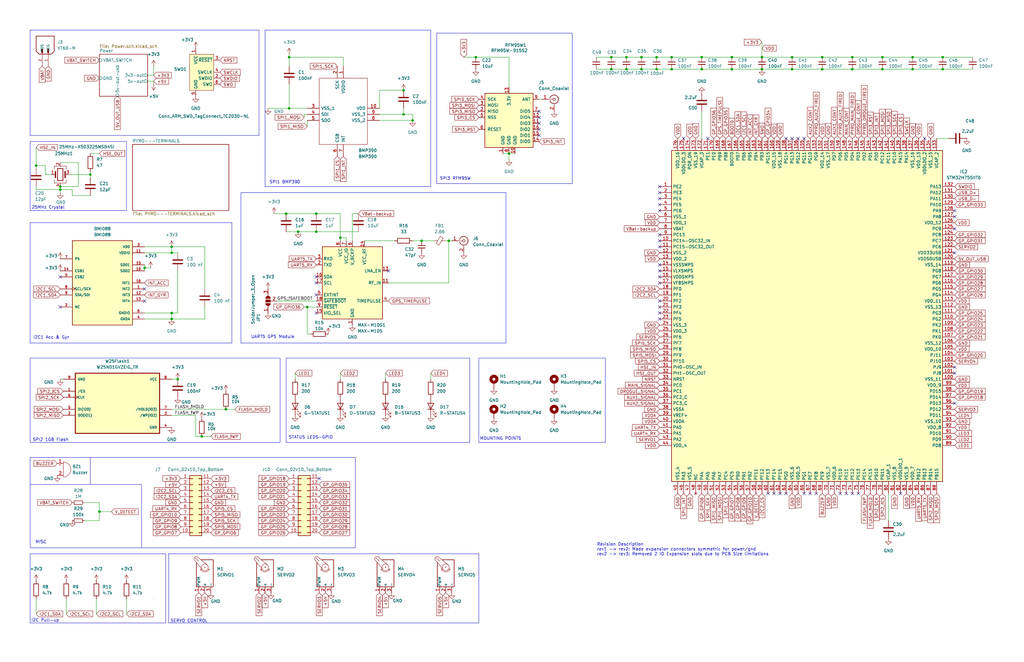
<source format=kicad_sch>
(kicad_sch (version 20231120) (generator "eeschema") (generator_version "8.0")
  (paper "B")
  (title_block (title "H.A.V.O.C.") (rev "1"))
  (junction (at 397.51 24.13))
  (junction (at 85.09 184.15))
  (junction (at 270.51 24.13))
  (junction (at 334.01 24.13))
  (junction (at 133.35 97.79))
  (junction (at 264.16 24.13))
  (junction (at 397.51 29.21))
  (junction (at 257.81 24.13))
  (junction (at 200.66 24.13))
  (junction (at 129.54 129.54))
  (junction (at 177.8 101.6))
  (junction (at 372.11 29.21))
  (junction (at 384.81 29.21))
  (junction (at 308.61 24.13))
  (junction (at 15.24 69.85))
  (junction (at 295.91 29.21))
  (junction (at 346.71 29.21))
  (junction (at 346.71 24.13))
  (junction (at 321.31 29.21))
  (junction (at 41.91 215.9))
  (junction (at 384.81 24.13))
  (junction (at 72.39 134.62))
  (junction (at 120.65 90.17))
  (junction (at 121.92 24.13))
  (junction (at 121.92 45.72))
  (junction (at 308.61 29.21))
  (junction (at 189.23 101.6))
  (junction (at 173.99 50.8))
  (junction (at 276.86 24.13))
  (junction (at 359.41 29.21))
  (junction (at 270.51 29.21))
  (junction (at 264.16 29.21))
  (junction (at 257.81 29.21))
  (junction (at 334.01 29.21))
  (junction (at 25.4 78.74))
  (junction (at 170.18 38.1))
  (junction (at 276.86 29.21))
  (junction (at 72.39 106.68))
  (junction (at 72.39 104.14))
  (junction (at 95.25 172.72))
  (junction (at 170.18 48.26))
  (junction (at 125.73 97.79))
  (junction (at 214.63 64.77))
  (junction (at 133.35 90.17))
  (junction (at 295.91 24.13))
  (junction (at 372.11 24.13))
  (junction (at 38.1 73.66))
  (junction (at 321.31 24.13))
  (junction (at 283.21 29.21))
  (junction (at 143.51 100.33))
  (junction (at 359.41 24.13))
  (junction (at 72.39 132.08))
  (junction (at 283.21 24.13))
  (junction (at 74.93 160.02))
  (junction (at 25.4 80.01))
  (junction (at 60.96 113.03))
  (no_connect (at 278.13 78.74))
  (no_connect (at 227.33 54.61))
  (no_connect (at 359.41 208.28))
  (no_connect (at 133.35 124.46))
  (no_connect (at 278.13 114.3))
  (no_connect (at 402.59 96.52))
  (no_connect (at 336.55 58.42))
  (no_connect (at 163.83 114.3))
  (no_connect (at 227.33 46.99))
  (no_connect (at 326.39 208.28))
  (no_connect (at 133.35 132.08))
  (no_connect (at 278.13 81.28))
  (no_connect (at 25.4 116.84))
  (no_connect (at 339.09 58.42))
  (no_connect (at 278.13 101.6))
  (no_connect (at 60.96 121.92))
  (no_connect (at 288.29 58.42))
  (no_connect (at 354.33 208.28))
  (no_connect (at 379.73 208.28))
  (no_connect (at 402.59 91.44))
  (no_connect (at 361.95 208.28))
  (no_connect (at 278.13 86.36))
  (no_connect (at 25.4 129.54))
  (no_connect (at 323.85 208.28))
  (no_connect (at 298.45 58.42))
  (no_connect (at 227.33 52.07))
  (no_connect (at 331.47 58.42))
  (no_connect (at 227.33 57.15))
  (no_connect (at 402.59 154.94))
  (no_connect (at 278.13 132.08))
  (no_connect (at 278.13 129.54))
  (no_connect (at 134.62 201.93))
  (no_connect (at 60.96 127))
  (no_connect (at 278.13 111.76))
  (no_connect (at 278.13 88.9))
  (no_connect (at 402.59 170.18))
  (no_connect (at 227.33 49.53))
  (no_connect (at 278.13 119.38))
  (no_connect (at 278.13 99.06))
  (no_connect (at 133.35 116.84))
  (no_connect (at 331.47 208.28))
  (no_connect (at 356.87 208.28))
  (no_connect (at 334.01 58.42))
  (no_connect (at 341.63 208.28))
  (no_connect (at 278.13 134.62))
  (no_connect (at 278.13 83.82))
  (no_connect (at 328.93 208.28))
  (no_connect (at 133.35 119.38))
  (no_connect (at 389.89 58.42))
  (no_connect (at 278.13 104.14))
  (no_connect (at 344.17 208.28))
  (no_connect (at 278.13 116.84))
  (no_connect (at 402.59 106.68))
  (no_connect (at 339.09 208.28))
  (no_connect (at 278.13 127))
  (no_connect (at 402.59 157.48))
  (no_connect (at 402.59 88.9))
  (polyline (pts (xy 12.7 233.68) (xy 69.85 233.68)))
  (wire (pts (xy 374.65 208.28) (xy 374.65 219.71)))
  (wire (pts (xy 151.13 97.79) (xy 133.35 97.79)))
  (wire (pts (xy 212.09 64.77) (xy 214.63 64.77)))
  (wire (pts (xy 257.81 24.13) (xy 264.16 24.13)))
  (wire (pts (xy 359.41 29.21) (xy 372.11 29.21)))
  (wire (pts (xy 29.21 73.66) (xy 38.1 73.66)))
  (wire (pts (xy 64.77 34.29) (xy 64.77 35.56)))
  (wire (pts (xy 283.21 24.13) (xy 295.91 24.13)))
  (wire (pts (xy 162.56 160.02) (xy 162.56 157.48)))
  (wire (pts (xy 372.11 24.13) (xy 384.81 24.13)))
  (wire (pts (xy 99.06 172.72) (xy 95.25 172.72)))
  (wire (pts (xy 72.39 172.72) (xy 95.25 172.72)))
  (wire (pts (xy 25.4 160.02) (xy 26.67 160.02)))
  (wire (pts (xy 133.35 90.17) (xy 143.51 90.17)))
  (wire (pts (xy 35.56 212.09) (xy 41.91 212.09)))
  (wire (pts (xy 283.21 29.21) (xy 295.91 29.21)))
  (polyline (pts (xy 12.7 233.68) (xy 12.7 262.89)))
  (wire (pts (xy 397.51 29.21) (xy 410.21 29.21)))
  (wire (pts (xy 214.63 64.77) (xy 217.17 64.77)))
  (wire (pts (xy 264.16 24.13) (xy 270.51 24.13)))
  (wire (pts (xy 189.23 101.6) (xy 187.96 101.6)))
  (wire (pts (xy 41.91 215.9) (xy 41.91 219.71)))
  (wire (pts (xy 160.02 50.8) (xy 173.99 50.8)))
  (wire (pts (xy 74.93 114.3) (xy 74.93 132.08)))
  (wire (pts (xy 40.64 252.73) (xy 40.64 259.08)))
  (wire (pts (xy 64.77 34.29) (xy 62.23 34.29)))
  (wire (pts (xy 72.39 104.14) (xy 72.39 106.68)))
  (wire (pts (xy 160.02 38.1) (xy 170.18 38.1)))
  (wire (pts (xy 113.03 45.72) (xy 121.92 45.72)))
  (wire (pts (xy 384.81 29.21) (xy 397.51 29.21)))
  (wire (pts (xy 173.99 48.26) (xy 170.18 48.26)))
  (wire (pts (xy 72.39 104.14) (xy 60.96 104.14)))
  (wire (pts (xy 146.05 100.33) (xy 143.51 100.33)))
  (wire (pts (xy 38.1 64.77) (xy 41.91 64.77)))
  (wire (pts (xy 19.05 73.66) (xy 19.05 69.85)))
  (wire (pts (xy 153.67 101.6) (xy 166.37 101.6)))
  (wire (pts (xy 295.91 24.13) (xy 308.61 24.13)))
  (wire (pts (xy 30.48 80.01) (xy 30.48 82.55)))
  (wire (pts (xy 308.61 29.21) (xy 321.31 29.21)))
  (wire (pts (xy 74.93 132.08) (xy 72.39 132.08)))
  (polyline (pts (xy 12.7 262.89) (xy 69.85 262.89)))
  (wire (pts (xy 88.9 184.15) (xy 85.09 184.15)))
  (wire (pts (xy 257.81 29.21) (xy 264.16 29.21)))
  (wire (pts (xy 15.24 80.01) (xy 25.4 80.01)))
  (wire (pts (xy 72.39 132.08) (xy 72.39 134.62)))
  (wire (pts (xy 270.51 24.13) (xy 276.86 24.13)))
  (wire (pts (xy 33.02 78.74) (xy 25.4 78.74)))
  (wire (pts (xy 72.39 106.68) (xy 74.93 106.68)))
  (wire (pts (xy 295.91 29.21) (xy 308.61 29.21)))
  (wire (pts (xy 334.01 29.21) (xy 346.71 29.21)))
  (wire (pts (xy 41.91 215.9) (xy 46.99 215.9)))
  (wire (pts (xy 160.02 45.72) (xy 160.02 38.1)))
  (polyline (pts (xy 59.69 204.47) (xy 59.69 231.14)))
  (wire (pts (xy 151.13 90.17) (xy 148.59 90.17)))
  (wire (pts (xy 121.92 22.86) (xy 121.92 24.13)))
  (wire (pts (xy 321.31 24.13) (xy 334.01 24.13)))
  (polyline (pts (xy 69.85 233.68) (xy 69.85 262.89)))
  (wire (pts (xy 82.55 184.15) (xy 85.09 184.15)))
  (wire (pts (xy 144.78 24.13) (xy 144.78 27.94)))
  (wire (pts (xy 270.51 29.21) (xy 276.86 29.21)))
  (wire (pts (xy 38.1 73.66) (xy 38.1 74.93)))
  (wire (pts (xy 200.66 24.13) (xy 214.63 24.13)))
  (wire (pts (xy 82.55 175.26) (xy 82.55 184.15)))
  (wire (pts (xy 124.46 160.02) (xy 124.46 157.48)))
  (wire (pts (xy 163.83 119.38) (xy 189.23 119.38)))
  (wire (pts (xy 334.01 24.13) (xy 346.71 24.13)))
  (wire (pts (xy 173.99 50.8) (xy 173.99 48.26)))
  (wire (pts (xy 120.65 97.79) (xy 125.73 97.79)))
  (wire (pts (xy 129.54 53.34) (xy 129.54 50.8)))
  (wire (pts (xy 128.27 129.54) (xy 129.54 129.54)))
  (wire (pts (xy 251.46 29.21) (xy 257.81 29.21)))
  (wire (pts (xy 35.56 219.71) (xy 41.91 219.71)))
  (wire (pts (xy 128.27 49.53) (xy 128.27 48.26)))
  (wire (pts (xy 86.36 104.14) (xy 72.39 104.14)))
  (wire (pts (xy 129.54 140.97) (xy 130.81 140.97)))
  (wire (pts (xy 33.02 68.58) (xy 33.02 78.74)))
  (wire (pts (xy 72.39 132.08) (xy 60.96 132.08)))
  (wire (pts (xy 120.65 90.17) (xy 133.35 90.17)))
  (wire (pts (xy 394.97 58.42) (xy 400.05 58.42)))
  (wire (pts (xy 60.96 113.03) (xy 60.96 114.3)))
  (wire (pts (xy 15.24 62.23) (xy 15.24 69.85)))
  (wire (pts (xy 384.81 24.13) (xy 397.51 24.13)))
  (wire (pts (xy 115.57 90.17) (xy 120.65 90.17)))
  (wire (pts (xy 146.05 101.6) (xy 146.05 100.33)))
  (wire (pts (xy 41.91 212.09) (xy 41.91 215.9)))
  (wire (pts (xy 72.39 134.62) (xy 86.36 134.62)))
  (wire (pts (xy 170.18 48.26) (xy 160.02 48.26)))
  (wire (pts (xy 121.92 45.72) (xy 129.54 45.72)))
  (wire (pts (xy 72.39 175.26) (xy 82.55 175.26)))
  (wire (pts (xy 143.51 90.17) (xy 143.51 100.33)))
  (wire (pts (xy 128.27 48.26) (xy 129.54 48.26)))
  (wire (pts (xy 60.96 111.76) (xy 60.96 113.03)))
  (wire (pts (xy 346.71 29.21) (xy 359.41 29.21)))
  (wire (pts (xy 143.51 100.33) (xy 143.51 101.6)))
  (wire (pts (xy 276.86 29.21) (xy 283.21 29.21)))
  (wire (pts (xy 129.54 129.54) (xy 133.35 129.54)))
  (wire (pts (xy 25.4 68.58) (xy 33.02 68.58)))
  (wire (pts (xy 181.61 160.02) (xy 181.61 157.48)))
  (wire (pts (xy 21.59 73.66) (xy 19.05 73.66)))
  (wire (pts (xy 195.58 24.13) (xy 200.66 24.13)))
  (wire (pts (xy 295.91 58.42) (xy 295.91 46.99)))
  (wire (pts (xy 129.54 129.54) (xy 129.54 140.97)))
  (wire (pts (xy 25.4 80.01) (xy 30.48 80.01)))
  (wire (pts (xy 86.36 134.62) (xy 86.36 129.54)))
  (wire (pts (xy 25.4 81.28) (xy 25.4 80.01)))
  (wire (pts (xy 60.96 134.62) (xy 72.39 134.62)))
  (wire (pts (xy 170.18 45.72) (xy 170.18 48.26)))
  (wire (pts (xy 72.39 160.02) (xy 74.93 160.02)))
  (wire (pts (xy 15.24 80.01) (xy 15.24 78.74)))
  (wire (pts (xy 214.63 24.13) (xy 214.63 36.83)))
  (wire (pts (xy 30.48 82.55) (xy 38.1 82.55)))
  (wire (pts (xy 86.36 121.92) (xy 86.36 104.14)))
  (wire (pts (xy 190.5 101.6) (xy 189.23 101.6)))
  (wire (pts (xy 25.4 78.74) (xy 25.4 80.01)))
  (wire (pts (xy 121.92 24.13) (xy 121.92 27.94)))
  (wire (pts (xy 276.86 24.13) (xy 283.21 24.13)))
  (wire (pts (xy 346.71 24.13) (xy 359.41 24.13)))
  (wire (pts (xy 264.16 29.21) (xy 270.51 29.21)))
  (wire (pts (xy 63.5 113.03) (xy 60.96 113.03)))
  (wire (pts (xy 38.1 72.39) (xy 38.1 73.66)))
  (wire (pts (xy 321.31 17.78) (xy 321.31 24.13)))
  (polyline (pts (xy 64.77 252.73) (xy 64.77 252.73)))
  (wire (pts (xy 173.99 101.6) (xy 177.8 101.6)))
  (wire (pts (xy 308.61 24.13) (xy 321.31 24.13)))
  (wire (pts (xy 64.77 27.94) (xy 64.77 31.75)))
  (wire (pts (xy 397.51 24.13) (xy 410.21 24.13)))
  (wire (pts (xy 60.96 106.68) (xy 72.39 106.68)))
  (wire (pts (xy 189.23 119.38) (xy 189.23 101.6)))
  (wire (pts (xy 27.94 252.73) (xy 27.94 259.08)))
  (wire (pts (xy 116.84 127) (xy 133.35 127)))
  (wire (pts (xy 15.24 252.73) (xy 15.24 259.08)))
  (wire (pts (xy 251.46 24.13) (xy 257.81 24.13)))
  (wire (pts (xy 62.23 31.75) (xy 64.77 31.75)))
  (wire (pts (xy 359.41 24.13) (xy 372.11 24.13)))
  (wire (pts (xy 53.34 252.73) (xy 53.34 259.08)))
  (wire (pts (xy 19.05 69.85) (xy 15.24 69.85)))
  (wire (pts (xy 321.31 29.21) (xy 334.01 29.21)))
  (wire (pts (xy 148.59 90.17) (xy 148.59 101.6)))
  (wire (pts (xy 125.73 97.79) (xy 133.35 97.79)))
  (wire (pts (xy 15.24 69.85) (xy 15.24 71.12)))
  (wire (pts (xy 228.6 41.91) (xy 227.33 41.91)))
  (polyline (pts (xy 38.1 193.04) (xy 38.1 204.47)))
  (wire (pts (xy 121.92 24.13) (xy 144.78 24.13)))
  (polyline (pts (xy 12.7 204.47) (xy 59.69 204.47)))
  (wire (pts (xy 372.11 29.21) (xy 384.81 29.21)))
  (wire (pts (xy 214.63 64.77) (xy 214.63 67.31)))
  (wire (pts (xy 121.92 35.56) (xy 121.92 45.72)))
  (wire (pts (xy 143.51 160.02) (xy 143.51 157.48)))
  (wire (pts (xy 182.88 101.6) (xy 177.8 101.6)))
  (rectangle (start 12.7 151.13) (end 118.11 186.69))
  (rectangle (start 12.7 193.04) (end 149.86 231.14))
  (rectangle (start 12.7 12.7) (end 109.22 57.15))
  (rectangle (start 184.15 13.97) (end 241.3 77.47))
  (rectangle (start 101.6 81.28) (end 213.36 144.78))
  (rectangle (start 12.7 93.98) (end 97.79 144.78))
  (rectangle (start 12.7 59.69) (end 53.34 88.9))
  (rectangle (start 111.76 12.7) (end 181.61 78.74))
  (rectangle (start 120.65 151.13) (end 198.12 186.69))
  (rectangle (start 201.93 151.13) (end 255.27 186.69))
  (rectangle (start 71.12 233.68) (end 201.93 262.89))
  (text "SPI1 BMP390\n" (at 120.142 76.962 0) (effects (font (size 1.27 1.27))))
  (text "Revision Description \nrev1 -> rev2: Made expansion connectors symmetric for power/gnd\nrev2 -> rev3: Removed 2 IO Expansion slots due to PCB Size limitations\n			  \n			  " (at 251.714 233.934 0) (effects (font (size 1.27 1.27)) (justify left)))
  (text "I2C1 Acc & Gyr" (at 21.59 142.494 0) (effects (font (size 1.27 1.27))))
  (text "SPI2 1GB Flash" (at 21.336 185.674 0) (effects (font (size 1.27 1.27))))
  (text "SERVO CONTROL" (at 79.756 262.128 0) (effects (font (size 1.27 1.27))))
  (text "SPI3 RFM95W\n" (at 192.024 75.438 0) (effects (font (size 1.27 1.27))))
  (text "UART5 GPS Module" (at 115.062 142.24 0) (effects (font (size 1.27 1.27))))
  (text "I2C Pull-up\n" (at 19.05 261.874 0) (effects (font (size 1.27 1.27))))
  (text "25MHz Crystal" (at 20.32 87.63 0) (effects (font (size 1.27 1.27))))
  (text "MISC" (at 17.272 228.854 0) (effects (font (size 1.27 1.27))))
  (text "MOUNTING POINTS\n" (at 211.074 185.166 0) (effects (font (size 1.27 1.27))))
  (text "STATUS LEDS-GPIO\n" (at 131.064 184.658 0) (effects (font (size 1.27 1.27))))
  (label "GPS_!SAFEBOOT" (at 116.84 127 0))
  (label "FLASH_!HOLD" (at 73.66 172.72 0))
  (label "FLASH_!WP" (at 73.66 175.26 0))
  (global_label "VBAT_SWITCH" (shape input) (at 41.91 25.4 180) (property "Intersheetrefs" "${INTERSHEET_REFS}" (effects (hide yes))))
  (global_label "HSE_OUT" (shape input) (at 278.13 157.48 180) (property "Intersheetrefs" "${INTERSHEET_REFS}" (effects (hide yes))))
  (global_label "SERVO1" (shape input) (at 278.13 185.42 180) (property "Intersheetrefs" "${INTERSHEET_REFS}" (effects (hide yes))))
  (global_label "SPI5_SCK" (shape input) (at 88.9 219.71 0) (property "Intersheetrefs" "${INTERSHEET_REFS}" (effects (hide yes))))
  (global_label "LED1" (shape input) (at 402.59 187.96 0) (property "Intersheetrefs" "${INTERSHEET_REFS}" (effects (hide yes))))
  (global_label "VDD" (shape input) (at 402.59 162.56 0) (property "Intersheetrefs" "${INTERSHEET_REFS}" (effects (hide yes))))
  (global_label "SERVO5" (shape input) (at 278.13 142.24 180) (property "Intersheetrefs" "${INTERSHEET_REFS}" (effects (hide yes))))
  (global_label "LED2" (shape input) (at 143.51 157.48 0) (property "Intersheetrefs" "${INTERSHEET_REFS}" (effects (hide yes))))
  (global_label "+5V" (shape input) (at 76.2 204.47 180) (property "Intersheetrefs" "${INTERSHEET_REFS}" (effects (hide yes))))
  (global_label "GND" (shape input) (at 41.91 33.02 180) (property "Intersheetrefs" "${INTERSHEET_REFS}" (effects (hide yes))))
  (global_label "+5V" (shape input) (at 86.36 250.19 270) (property "Intersheetrefs" "${INTERSHEET_REFS}" (effects (hide yes))))
  (global_label "PYRO_AUX2_FIRED" (shape input) (at 344.17 58.42 90) (property "Intersheetrefs" "${INTERSHEET_REFS}" (effects (hide yes))))
  (global_label "VDD" (shape input) (at 402.59 93.98 0) (property "Intersheetrefs" "${INTERSHEET_REFS}" (effects (hide yes))))
  (global_label "+5V" (shape input) (at 162.56 250.19 270) (property "Intersheetrefs" "${INTERSHEET_REFS}" (effects (hide yes))))
  (global_label "SPI1_MOSI" (shape input) (at 128.27 49.53 180) (property "Intersheetrefs" "${INTERSHEET_REFS}" (effects (hide yes))))
  (global_label "SWO" (shape input) (at 321.31 58.42 90) (property "Intersheetrefs" "${INTERSHEET_REFS}" (effects (hide yes))))
  (global_label "GP_GPIO25" (shape input) (at 121.92 222.25 180) (property "Intersheetrefs" "${INTERSHEET_REFS}" (effects (hide yes))))
  (global_label "+5V" (shape input) (at 64.77 34.29 0) (property "Intersheetrefs" "${INTERSHEET_REFS}" (effects (hide yes))))
  (global_label "VDDA" (shape input) (at 278.13 177.8 180) (property "Intersheetrefs" "${INTERSHEET_REFS}" (effects (hide yes))))
  (global_label "GP_GPIO28" (shape input) (at 134.62 222.25 0) (property "Intersheetrefs" "${INTERSHEET_REFS}" (effects (hide yes))))
  (global_label "GND" (shape input) (at 278.13 106.68 180) (property "Intersheetrefs" "${INTERSHEET_REFS}" (effects (hide yes))))
  (global_label "FLASH_!WP" (shape input) (at 88.9 184.15 0) (property "Intersheetrefs" "${INTERSHEET_REFS}" (effects (hide yes))))
  (global_label "BUZZER" (shape input) (at 24.13 195.58 180) (property "Intersheetrefs" "${INTERSHEET_REFS}" (effects (hide yes))))
  (global_label "GP_GPIO22" (shape input) (at 121.92 214.63 180) (property "Intersheetrefs" "${INTERSHEET_REFS}" (effects (hide yes))))
  (global_label "SPI5_MISO" (shape input) (at 88.9 217.17 0) (property "Intersheetrefs" "${INTERSHEET_REFS}" (effects (hide yes))))
  (global_label "SPI2_MOSI" (shape input) (at 394.97 208.28 270) (property "Intersheetrefs" "${INTERSHEET_REFS}" (effects (hide yes))))
  (global_label "AUX2_SIGNAL" (shape input) (at 278.13 170.18 180) (property "Intersheetrefs" "${INTERSHEET_REFS}" (effects (hide yes))))
  (global_label "GND" (shape input) (at 290.83 208.28 270) (property "Intersheetrefs" "${INTERSHEET_REFS}" (effects (hide yes))))
  (global_label "GND" (shape input) (at 377.19 208.28 270) (property "Intersheetrefs" "${INTERSHEET_REFS}" (effects (hide yes))))
  (global_label "GND" (shape input) (at 349.25 208.28 270) (property "Intersheetrefs" "${INTERSHEET_REFS}" (effects (hide yes))))
  (global_label "V_DETECT" (shape input) (at 46.99 215.9 0) (property "Intersheetrefs" "${INTERSHEET_REFS}" (effects (hide yes))))
  (global_label "SPI1_CS" (shape input) (at 142.24 66.04 270) (property "Intersheetrefs" "${INTERSHEET_REFS}" (effects (hide yes))))
  (global_label "I2C1_SDA" (shape input) (at 15.24 259.08 0) (property "Intersheetrefs" "${INTERSHEET_REFS}" (effects (hide yes))))
  (global_label "SPI3_INT" (shape input) (at 369.57 58.42 90) (property "Intersheetrefs" "${INTERSHEET_REFS}" (effects (hide yes))))
  (global_label "I2C2_CS" (shape input) (at 88.9 207.01 0) (property "Intersheetrefs" "${INTERSHEET_REFS}" (effects (hide yes))))
  (global_label "GP_GPIO6" (shape input) (at 88.9 224.79 0) (property "Intersheetrefs" "${INTERSHEET_REFS}" (effects (hide yes))))
  (global_label "+3V3" (shape input) (at 321.31 17.78 180) (property "Intersheetrefs" "${INTERSHEET_REFS}" (effects (hide yes))))
  (global_label "I2C1_SCL" (shape input) (at 25.4 121.92 180) (property "Intersheetrefs" "${INTERSHEET_REFS}" (effects (hide yes))))
  (global_label "VDD" (shape input) (at 402.59 147.32 0) (property "Intersheetrefs" "${INTERSHEET_REFS}" (effects (hide yes))))
  (global_label "AUX1_CONT" (shape input) (at 351.79 58.42 90) (property "Intersheetrefs" "${INTERSHEET_REFS}" (effects (hide yes))))
  (global_label "GP_GPIO23" (shape input) (at 121.92 217.17 180) (property "Intersheetrefs" "${INTERSHEET_REFS}" (effects (hide yes))))
  (global_label "GND" (shape input) (at 285.75 208.28 270) (property "Intersheetrefs" "${INTERSHEET_REFS}" (effects (hide yes))))
  (global_label "GP_GPIO29" (shape input) (at 134.62 219.71 0) (property "Intersheetrefs" "${INTERSHEET_REFS}" (effects (hide yes))))
  (global_label "VDD" (shape input) (at 278.13 109.22 180) (property "Intersheetrefs" "${INTERSHEET_REFS}" (effects (hide yes))))
  (global_label "SPI3_SCK" (shape input) (at 377.19 58.42 90) (property "Intersheetrefs" "${INTERSHEET_REFS}" (effects (hide yes))))
  (global_label "SERVO3" (shape input) (at 402.59 172.72 0) (property "Intersheetrefs" "${INTERSHEET_REFS}" (effects (hide yes))))
  (global_label "+3V3" (shape input) (at 76.2 201.93 180) (property "Intersheetrefs" "${INTERSHEET_REFS}" (effects (hide yes))))
  (global_label "GP_GPIO26" (shape input) (at 121.92 224.79 180) (property "Intersheetrefs" "${INTERSHEET_REFS}" (effects (hide yes))))
  (global_label "VBat-backup" (shape input) (at 278.13 96.52 180) (property "Intersheetrefs" "${INTERSHEET_REFS}" (effects (hide yes))))
  (global_label "GND" (shape input) (at 384.81 58.42 90) (property "Intersheetrefs" "${INTERSHEET_REFS}" (effects (hide yes))))
  (global_label "V_DETECT" (shape input) (at 318.77 208.28 270) (property "Intersheetrefs" "${INTERSHEET_REFS}" (effects (hide yes))))
  (global_label "USB_D+" (shape input) (at 402.59 81.28 0) (property "Intersheetrefs" "${INTERSHEET_REFS}" (effects (hide yes))))
  (global_label "GP_GPIO36" (shape input) (at 128.27 129.54 180) (property "Intersheetrefs" "${INTERSHEET_REFS}" (effects (hide yes))))
  (global_label "GND" (shape input) (at 278.13 172.72 180) (property "Intersheetrefs" "${INTERSHEET_REFS}" (effects (hide yes))))
  (global_label "GP_GPIO19" (shape input) (at 121.92 204.47 180) (property "Intersheetrefs" "${INTERSHEET_REFS}" (effects (hide yes))))
  (global_label "GND" (shape input) (at 402.59 144.78 0) (property "Intersheetrefs" "${INTERSHEET_REFS}" (effects (hide yes))))
  (global_label "GP_GPIO28" (shape input) (at 402.59 119.38 0) (property "Intersheetrefs" "${INTERSHEET_REFS}" (effects (hide yes))))
  (global_label "UART5_RX" (shape input) (at 133.35 111.76 180) (property "Intersheetrefs" "${INTERSHEET_REFS}" (effects (hide yes))))
  (global_label "SPI2_SCK" (shape input) (at 369.57 208.28 270) (property "Intersheetrefs" "${INTERSHEET_REFS}" (effects (hide yes))))
  (global_label "+5V" (shape input) (at 137.16 250.19 270) (property "Intersheetrefs" "${INTERSHEET_REFS}" (effects (hide yes))))
  (global_label "GP_GPIO19" (shape input) (at 402.59 165.1 0) (property "Intersheetrefs" "${INTERSHEET_REFS}" (effects (hide yes))))
  (global_label "SWCLK" (shape input) (at 92.71 30.48 0) (property "Intersheetrefs" "${INTERSHEET_REFS}" (effects (hide yes))))
  (global_label "UART5_TX" (shape input) (at 389.89 208.28 270) (property "Intersheetrefs" "${INTERSHEET_REFS}" (effects (hide yes))))
  (global_label "GP_GPIO34" (shape input) (at 134.62 207.01 0) (property "Intersheetrefs" "${INTERSHEET_REFS}" (effects (hide yes))))
  (global_label "GP_GPIO20" (shape input) (at 402.59 149.86 0) (property "Intersheetrefs" "${INTERSHEET_REFS}" (effects (hide yes))))
  (global_label "DROGUE_CONT" (shape input) (at 361.95 58.42 90) (property "Intersheetrefs" "${INTERSHEET_REFS}" (effects (hide yes))))
  (global_label "USB_D-" (shape input) (at 402.59 83.82 0) (property "Intersheetrefs" "${INTERSHEET_REFS}" (effects (hide yes))))
  (global_label "SPI3_MISO" (shape input) (at 374.65 58.42 90) (property "Intersheetrefs" "${INTERSHEET_REFS}" (effects (hide yes))))
  (global_label "I2C2_SDA" (shape input) (at 278.13 121.92 180) (property "Intersheetrefs" "${INTERSHEET_REFS}" (effects (hide yes))))
  (global_label "UART4_TX" (shape input) (at 278.13 180.34 180) (property "Intersheetrefs" "${INTERSHEET_REFS}" (effects (hide yes))))
  (global_label "GND" (shape input) (at 349.25 58.42 90) (property "Intersheetrefs" "${INTERSHEET_REFS}" (effects (hide yes))))
  (global_label "GP_GPIO20" (shape input) (at 121.92 207.01 180) (property "Intersheetrefs" "${INTERSHEET_REFS}" (effects (hide yes))))
  (global_label "SPI1_INT" (shape input) (at 288.29 208.28 270) (property "Intersheetrefs" "${INTERSHEET_REFS}" (effects (hide yes))))
  (global_label "UART4_TX" (shape input) (at 88.9 209.55 0) (property "Intersheetrefs" "${INTERSHEET_REFS}" (effects (hide yes))))
  (global_label "GND" (shape input) (at 88.9 212.09 0) (property "Intersheetrefs" "${INTERSHEET_REFS}" (effects (hide yes))))
  (global_label "LED2" (shape input) (at 402.59 185.42 0) (property "Intersheetrefs" "${INTERSHEET_REFS}" (effects (hide yes))))
  (global_label "FLASH_!WP" (shape input) (at 364.49 208.28 270) (property "Intersheetrefs" "${INTERSHEET_REFS}" (effects (hide yes))))
  (global_label "VDD" (shape input) (at 387.35 58.42 90) (property "Intersheetrefs" "${INTERSHEET_REFS}" (effects (hide yes))))
  (global_label "DROGUE_SIGNAL" (shape input) (at 278.13 165.1 180) (property "Intersheetrefs" "${INTERSHEET_REFS}" (effects (hide yes))))
  (global_label "GP_GPIO35" (shape input) (at 306.07 58.42 90) (property "Intersheetrefs" "${INTERSHEET_REFS}" (effects (hide yes))))
  (global_label "VDD" (shape input) (at 346.71 58.42 90) (property "Intersheetrefs" "${INTERSHEET_REFS}" (effects (hide yes))))
  (global_label "AUX2_CONT" (shape input) (at 341.63 58.42 90) (property "Intersheetrefs" "${INTERSHEET_REFS}" (effects (hide yes))))
  (global_label "GP_GPIO34" (shape input) (at 323.85 58.42 90) (property "Intersheetrefs" "${INTERSHEET_REFS}" (effects (hide yes))))
  (global_label "SPI5_MOSI" (shape input) (at 88.9 222.25 0) (property "Intersheetrefs" "${INTERSHEET_REFS}" (effects (hide yes))))
  (global_label "GP_GPIO21" (shape input) (at 121.92 209.55 180) (property "Intersheetrefs" "${INTERSHEET_REFS}" (effects (hide yes))))
  (global_label "HSE_IN" (shape input) (at 15.24 62.23 0) (property "Intersheetrefs" "${INTERSHEET_REFS}" (effects (hide yes))))
  (global_label "I2C2_SCL" (shape input) (at 40.64 259.08 0) (property "Intersheetrefs" "${INTERSHEET_REFS}" (effects (hide yes))))
  (global_label "GP_GPIO10" (shape input) (at 316.23 208.28 270) (property "Intersheetrefs" "${INTERSHEET_REFS}" (effects (hide yes))))
  (global_label "I2C1_SDA" (shape input) (at 25.4 124.46 180) (property "Intersheetrefs" "${INTERSHEET_REFS}" (effects (hide yes))))
  (global_label "VDD" (shape input) (at 290.83 58.42 90) (property "Intersheetrefs" "${INTERSHEET_REFS}" (effects (hide yes))))
  (global_label "GP_GPIO32" (shape input) (at 402.59 99.06 0) (property "Intersheetrefs" "${INTERSHEET_REFS}" (effects (hide yes))))
  (global_label "GP_GPIO27" (shape input) (at 402.59 121.92 0) (property "Intersheetrefs" "${INTERSHEET_REFS}" (effects (hide yes))))
  (global_label "GP_GPIO31" (shape input) (at 134.62 214.63 0) (property "Intersheetrefs" "${INTERSHEET_REFS}" (effects (hide yes))))
  (global_label "SERVO2" (shape input) (at 109.22 250.19 270) (property "Intersheetrefs" "${INTERSHEET_REFS}" (effects (hide yes))))
  (global_label "GP_GPIO36" (shape input) (at 300.99 58.42 90) (property "Intersheetrefs" "${INTERSHEET_REFS}" (effects (hide yes))))
  (global_label "MAIN_CONT" (shape input) (at 356.87 58.42 90) (property "Intersheetrefs" "${INTERSHEET_REFS}" (effects (hide yes))))
  (global_label "GP_GPIO30" (shape input) (at 402.59 114.3 0) (property "Intersheetrefs" "${INTERSHEET_REFS}" (effects (hide yes))))
  (global_label "VDD" (shape input) (at 351.79 208.28 270) (property "Intersheetrefs" "${INTERSHEET_REFS}" (effects (hide yes))))
  (global_label "VDD" (shape input) (at 336.55 208.28 270) (property "Intersheetrefs" "${INTERSHEET_REFS}" (effects (hide yes))))
  (global_label "+5V" (shape input) (at 187.96 250.19 270) (property "Intersheetrefs" "${INTERSHEET_REFS}" (effects (hide yes))))
  (global_label "I2C1_SDA" (shape input) (at 311.15 58.42 90) (property "Intersheetrefs" "${INTERSHEET_REFS}" (effects (hide yes))))
  (global_label "UART4_RX" (shape input) (at 278.13 182.88 180) (property "Intersheetrefs" "${INTERSHEET_REFS}" (effects (hide yes))))
  (global_label "SPI3_CS" (shape input) (at 201.93 49.53 180) (property "Intersheetrefs" "${INTERSHEET_REFS}" (effects (hide yes))))
  (global_label "GP_GPIO30" (shape input) (at 134.62 217.17 0) (property "Intersheetrefs" "${INTERSHEET_REFS}" (effects (hide yes))))
  (global_label "FLASH_!HOLD" (shape input) (at 367.03 208.28 270) (property "Intersheetrefs" "${INTERSHEET_REFS}" (effects (hide yes))))
  (global_label "SWCLK" (shape input) (at 382.27 58.42 90) (property "Intersheetrefs" "${INTERSHEET_REFS}" (effects (hide yes))))
  (global_label "GND" (shape input) (at 76.2 212.09 180) (property "Intersheetrefs" "${INTERSHEET_REFS}" (effects (hide yes))))
  (global_label "UART4_RX" (shape input) (at 76.2 214.63 180) (property "Intersheetrefs" "${INTERSHEET_REFS}" (effects (hide yes))))
  (global_label "GP_GPIO7" (shape input) (at 308.61 208.28 270) (property "Intersheetrefs" "${INTERSHEET_REFS}" (effects (hide yes))))
  (global_label "SPI3_RST" (shape input) (at 201.93 54.61 180) (property "Intersheetrefs" "${INTERSHEET_REFS}" (effects (hide yes))))
  (global_label "SPI1_CS" (shape input) (at 306.07 208.28 270) (property "Intersheetrefs" "${INTERSHEET_REFS}" (effects (hide yes))))
  (global_label "GP_GPIO18" (shape input) (at 121.92 201.93 180) (property "Intersheetrefs" "${INTERSHEET_REFS}" (effects (hide yes))))
  (global_label "GP_GPIO35" (shape input) (at 134.62 204.47 0) (property "Intersheetrefs" "${INTERSHEET_REFS}" (effects (hide yes))))
  (global_label "PYRO_MAIN_FIRED" (shape input) (at 359.41 58.42 90) (property "Intersheetrefs" "${INTERSHEET_REFS}" (effects (hide yes))))
  (global_label "GP_GPIO33" (shape input) (at 402.59 86.36 0) (property "Intersheetrefs" "${INTERSHEET_REFS}" (effects (hide yes))))
  (global_label "GND" (shape input) (at 121.92 212.09 180) (property "Intersheetrefs" "${INTERSHEET_REFS}" (effects (hide yes))))
  (global_label "NRST" (shape input) (at 278.13 160.02 180) (property "Intersheetrefs" "${INTERSHEET_REFS}" (effects (hide yes))))
  (global_label "SPI1_SCK" (shape input) (at 142.24 27.94 180) (property "Intersheetrefs" "${INTERSHEET_REFS}" (effects (hide yes))))
  (global_label "NRST" (shape input) (at 92.71 25.4 0) (property "Intersheetrefs" "${INTERSHEET_REFS}" (effects (hide yes))))
  (global_label "VDD" (shape input) (at 402.59 127 0) (property "Intersheetrefs" "${INTERSHEET_REFS}" (effects (hide yes))))
  (global_label "+5V" (shape input) (at 111.76 250.19 270) (property "Intersheetrefs" "${INTERSHEET_REFS}" (effects (hide yes))))
  (global_label "GP_GPIO24" (shape input) (at 121.92 219.71 180) (property "Intersheetrefs" "${INTERSHEET_REFS}" (effects (hide yes))))
  (global_label "FLASH_!HOLD" (shape input) (at 99.06 172.72 0) (property "Intersheetrefs" "${INTERSHEET_REFS}" (effects (hide yes))))
  (global_label "VDD" (shape input) (at 402.59 180.34 0) (property "Intersheetrefs" "${INTERSHEET_REFS}" (effects (hide yes))))
  (global_label "HSE_OUT" (shape input) (at 41.91 64.77 0) (property "Intersheetrefs" "${INTERSHEET_REFS}" (effects (hide yes))))
  (global_label "SWDIO" (shape input) (at 402.59 78.74 0) (property "Intersheetrefs" "${INTERSHEET_REFS}" (effects (hide yes))))
  (global_label "INT_ACC" (shape input) (at 60.96 119.38 0) (property "Intersheetrefs" "${INTERSHEET_REFS}" (effects (hide yes))))
  (global_label "UART5_RX" (shape input) (at 387.35 208.28 270) (property "Intersheetrefs" "${INTERSHEET_REFS}" (effects (hide yes))))
  (global_label "GP_GPIO8" (shape input) (at 311.15 208.28 270) (property "Intersheetrefs" "${INTERSHEET_REFS}" (effects (hide yes))))
  (global_label "GP_GPIO29" (shape input) (at 402.59 116.84 0) (property "Intersheetrefs" "${INTERSHEET_REFS}" (effects (hide yes))))
  (global_label "GND" (shape input) (at 402.59 160.02 0) (property "Intersheetrefs" "${INTERSHEET_REFS}" (effects (hide yes))))
  (global_label "GND" (shape input) (at 402.59 111.76 0) (property "Intersheetrefs" "${INTERSHEET_REFS}" (effects (hide yes))))
  (global_label "LED4" (shape input) (at 181.61 157.48 0) (property "Intersheetrefs" "${INTERSHEET_REFS}" (effects (hide yes))))
  (global_label "INT_GYR" (shape input) (at 60.96 124.46 0) (property "Intersheetrefs" "${INTERSHEET_REFS}" (effects (hide yes))))
  (global_label "BUZZER" (shape input) (at 346.71 208.28 270) (property "Intersheetrefs" "${INTERSHEET_REFS}" (effects (hide yes))))
  (global_label "GP_GPIO25" (shape input) (at 402.59 132.08 0) (property "Intersheetrefs" "${INTERSHEET_REFS}" (effects (hide yes))))
  (global_label "GP_GPIO22" (shape input) (at 402.59 139.7 0) (property "Intersheetrefs" "${INTERSHEET_REFS}" (effects (hide yes))))
  (global_label "GND" (shape input) (at 278.13 91.44 180) (property "Intersheetrefs" "${INTERSHEET_REFS}" (effects (hide yes))))
  (global_label "VDD" (shape input) (at 321.31 20.32 0) (property "Intersheetrefs" "${INTERSHEET_REFS}" (effects (hide yes))))
  (global_label "I2C2_SDA" (shape input) (at 53.34 259.08 0) (property "Intersheetrefs" "${INTERSHEET_REFS}" (effects (hide yes))))
  (global_label "+3V3" (shape input) (at 195.58 24.13 90) (property "Intersheetrefs" "${INTERSHEET_REFS}" (effects (hide yes))))
  (global_label "SERVO5" (shape input) (at 185.42 250.19 270) (property "Intersheetrefs" "${INTERSHEET_REFS}" (effects (hide yes))))
  (global_label "BOOT0" (shape input) (at 308.61 58.42 90) (property "Intersheetrefs" "${INTERSHEET_REFS}" (effects (hide yes))))
  (global_label "VDD" (shape input) (at 285.75 58.42 90) (property "Intersheetrefs" "${INTERSHEET_REFS}" (effects (hide yes))))
  (global_label "I2C2_SCL" (shape input) (at 76.2 207.01 180) (property "Intersheetrefs" "${INTERSHEET_REFS}" (effects (hide yes))))
  (global_label "SPI1_SCK" (shape input) (at 298.45 208.28 270) (property "Intersheetrefs" "${INTERSHEET_REFS}" (effects (hide yes))))
  (global_label "GP_GPIO9" (shape input) (at 313.69 208.28 270) (property "Intersheetrefs" "${INTERSHEET_REFS}" (effects (hide yes))))
  (global_label "GP_GPIO33" (shape input) (at 134.62 209.55 0) (property "Intersheetrefs" "${INTERSHEET_REFS}" (effects (hide yes))))
  (global_label "I2C2_SCL" (shape input) (at 278.13 124.46 180) (property "Intersheetrefs" "${INTERSHEET_REFS}" (effects (hide yes))))
  (global_label "SPI3_MOSI" (shape input) (at 372.11 58.42 90) (property "Intersheetrefs" "${INTERSHEET_REFS}" (effects (hide yes))))
  (global_label "SPI1_MOSI" (shape input) (at 303.53 208.28 270) (property "Intersheetrefs" "${INTERSHEET_REFS}" (effects (hide yes))))
  (global_label "SPI5_MISO" (shape input) (at 278.13 147.32 180) (property "Intersheetrefs" "${INTERSHEET_REFS}" (effects (hide yes))))
  (global_label "5V_OUT_USB" (shape input) (at 402.59 109.22 0) (property "Intersheetrefs" "${INTERSHEET_REFS}" (effects (hide yes))))
  (global_label "GP_GPIO21" (shape input) (at 402.59 142.24 0) (property "Intersheetrefs" "${INTERSHEET_REFS}" (effects (hide yes))))
  (global_label "SPI5_MOSI" (shape input) (at 278.13 149.86 180) (property "Intersheetrefs" "${INTERSHEET_REFS}" (effects (hide yes))))
  (global_label "GP_GPIO6" (shape input) (at 295.91 208.28 270) (property "Intersheetrefs" "${INTERSHEET_REFS}" (effects (hide yes))))
  (global_label "SPI3_CS" (shape input) (at 379.73 58.42 90) (property "Intersheetrefs" "${INTERSHEET_REFS}" (effects (hide yes))))
  (global_label "VDD" (shape input) (at 384.81 208.28 270) (property "Intersheetrefs" "${INTERSHEET_REFS}" (effects (hide yes))))
  (global_label "GP_GPIO9" (shape input) (at 76.2 219.71 180) (property "Intersheetrefs" "${INTERSHEET_REFS}" (effects (hide yes))))
  (global_label "LED3" (shape input) (at 402.59 182.88 0) (property "Intersheetrefs" "${INTERSHEET_REFS}" (effects (hide yes))))
  (global_label "VBAT_SWITCH" (shape input) (at 30.48 212.09 180) (property "Intersheetrefs" "${INTERSHEET_REFS}" (effects (hide yes))))
  (global_label "SERVO1" (shape input) (at 83.82 250.19 270) (property "Intersheetrefs" "${INTERSHEET_REFS}" (effects (hide yes))))
  (global_label "SPI2_MISO" (shape input) (at 392.43 208.28 270) (property "Intersheetrefs" "${INTERSHEET_REFS}" (effects (hide yes))))
  (global_label "GP_GPIO18" (shape input) (at 402.59 167.64 0) (property "Intersheetrefs" "${INTERSHEET_REFS}" (effects (hide yes))))
  (global_label "PYRO_AUX1_FIRED" (shape input) (at 354.33 58.42 90) (property "Intersheetrefs" "${INTERSHEET_REFS}" (effects (hide yes))))
  (global_label "SPI2_MISO" (shape input) (at 26.67 175.26 180) (property "Intersheetrefs" "${INTERSHEET_REFS}" (effects (hide yes))))
  (global_label "SPI3_SCK" (shape input) (at 201.93 41.91 180) (property "Intersheetrefs" "${INTERSHEET_REFS}" (effects (hide yes))))
  (global_label "GP_GPIO24" (shape input) (at 402.59 134.62 0) (property "Intersheetrefs" "${INTERSHEET_REFS}" (effects (hide yes))))
  (global_label "GND" (shape input) (at 20.32 27.94 270) (property "Intersheetrefs" "${INTERSHEET_REFS}" (effects (hide yes))))
  (global_label "VDD" (shape input) (at 326.39 58.42 90) (property "Intersheetrefs" "${INTERSHEET_REFS}" (effects (hide yes))))
  (global_label "INT_GYR" (shape input) (at 318.77 58.42 90) (property "Intersheetrefs" "${INTERSHEET_REFS}" (effects (hide yes))))
  (global_label "SPI3_RST" (shape input) (at 367.03 58.42 90) (property "Intersheetrefs" "${INTERSHEET_REFS}" (effects (hide yes))))
  (global_label "SPI5_CS" (shape input) (at 278.13 152.4 180) (property "Intersheetrefs" "${INTERSHEET_REFS}" (effects (hide yes))))
  (global_label "GP_GPIO26" (shape input) (at 402.59 124.46 0) (property "Intersheetrefs" "${INTERSHEET_REFS}" (effects (hide yes))))
  (global_label "UART5_TX" (shape input) (at 133.35 109.22 180) (property "Intersheetrefs" "${INTERSHEET_REFS}" (effects (hide yes))))
  (global_label "+3V3" (shape input) (at 88.9 201.93 0) (property "Intersheetrefs" "${INTERSHEET_REFS}" (effects (hide yes))))
  (global_label "I2C1_SCL" (shape input) (at 27.94 259.08 0) (property "Intersheetrefs" "${INTERSHEET_REFS}" (effects (hide yes))))
  (global_label "LED3" (shape input) (at 162.56 157.48 0) (property "Intersheetrefs" "${INTERSHEET_REFS}" (effects (hide yes))))
  (global_label "LED4" (shape input) (at 402.59 175.26 0) (property "Intersheetrefs" "${INTERSHEET_REFS}" (effects (hide yes))))
  (global_label "INT_ACC" (shape input) (at 316.23 58.42 90) (property "Intersheetrefs" "${INTERSHEET_REFS}" (effects (hide yes))))
  (global_label "SPI1_MISO" (shape input) (at 129.54 53.34 180) (property "Intersheetrefs" "${INTERSHEET_REFS}" (effects (hide yes))))
  (global_label "SPI3_MOSI" (shape input) (at 201.93 44.45 180) (property "Intersheetrefs" "${INTERSHEET_REFS}" (effects (hide yes))))
  (global_label "SPI2_MOSI" (shape input) (at 26.67 172.72 180) (property "Intersheetrefs" "${INTERSHEET_REFS}" (effects (hide yes))))
  (global_label "SPI1_INT" (shape input) (at 144.78 66.04 270) (property "Intersheetrefs" "${INTERSHEET_REFS}" (effects (hide yes))))
  (global_label "VDDA" (shape input) (at 278.13 175.26 180) (property "Intersheetrefs" "${INTERSHEET_REFS}" (effects (hide yes))))
  (global_label "GND" (shape input) (at 328.93 58.42 90) (property "Intersheetrefs" "${INTERSHEET_REFS}" (effects (hide yes))))
  (global_label "GND" (shape input) (at 293.37 58.42 90) (property "Intersheetrefs" "${INTERSHEET_REFS}" (effects (hide yes))))
  (global_label "SWDIO" (shape input) (at 92.71 33.02 0) (property "Intersheetrefs" "${INTERSHEET_REFS}" (effects (hide yes))))
  (global_label "VDD" (shape input) (at 278.13 93.98 180) (property "Intersheetrefs" "${INTERSHEET_REFS}" (effects (hide yes))))
  (global_label "SPI5_CS" (shape input) (at 88.9 214.63 0) (property "Intersheetrefs" "${INTERSHEET_REFS}" (effects (hide yes))))
  (global_label "GND" (shape input) (at 392.43 58.42 90) (property "Intersheetrefs" "${INTERSHEET_REFS}" (effects (hide yes))))
  (global_label "+5V" (shape input) (at 88.9 204.47 0) (property "Intersheetrefs" "${INTERSHEET_REFS}" (effects (hide yes))))
  (global_label "SWO" (shape input) (at 92.71 35.56 0) (property "Intersheetrefs" "${INTERSHEET_REFS}" (effects (hide yes))))
  (global_label "SPI2_!CS" (shape input) (at 26.67 165.1 180) (property "Intersheetrefs" "${INTERSHEET_REFS}" (effects (hide yes))))
  (global_label "GP_GPIO8" (shape input) (at 76.2 222.25 180) (property "Intersheetrefs" "${INTERSHEET_REFS}" (effects (hide yes))))
  (global_label "HSE_IN" (shape input) (at 278.13 154.94 180) (property "Intersheetrefs" "${INTERSHEET_REFS}" (effects (hide yes))))
  (global_label "GP_GPIO7" (shape input) (at 76.2 224.79 180) (property "Intersheetrefs" "${INTERSHEET_REFS}" (effects (hide yes))))
  (global_label "+3V3" (shape input) (at 64.77 31.75 0) (property "Intersheetrefs" "${INTERSHEET_REFS}" (effects (hide yes))))
  (global_label "GPS_TIMEPULSE" (shape input) (at 163.83 127 0) (property "Intersheetrefs" "${INTERSHEET_REFS}" (effects (hide yes))))
  (global_label "AUX1_SIGNAL" (shape input) (at 278.13 167.64 180) (property "Intersheetrefs" "${INTERSHEET_REFS}" (effects (hide yes))))
  (global_label "GP_GPIO32" (shape input) (at 134.62 212.09 0) (property "Intersheetrefs" "${INTERSHEET_REFS}" (effects (hide yes))))
  (global_label "GP_GPIO23" (shape input) (at 402.59 137.16 0) (property "Intersheetrefs" "${INTERSHEET_REFS}" (effects (hide yes))))
  (global_label "GP_GPIO27" (shape input) (at 134.62 224.79 0) (property "Intersheetrefs" "${INTERSHEET_REFS}" (effects (hide yes))))
  (global_label "SPI3_INT" (shape input) (at 227.33 59.69 0) (property "Intersheetrefs" "${INTERSHEET_REFS}" (effects (hide yes))))
  (global_label "GPS_TIMEPULSE" (shape input) (at 303.53 58.42 90) (property "Intersheetrefs" "${INTERSHEET_REFS}" (effects (hide yes))))
  (global_label "SPI1_MISO" (shape input) (at 300.99 208.28 270) (property "Intersheetrefs" "${INTERSHEET_REFS}" (effects (hide yes))))
  (global_label "I2C2_CS" (shape input) (at 321.31 208.28 270) (property "Intersheetrefs" "${INTERSHEET_REFS}" (effects (hide yes))))
  (global_label "SPI2_!CS" (shape input) (at 372.11 208.28 270) (property "Intersheetrefs" "${INTERSHEET_REFS}" (effects (hide yes))))
  (global_label "GND" (shape input) (at 402.59 129.54 0) (property "Intersheetrefs" "${INTERSHEET_REFS}" (effects (hide yes))))
  (global_label "GP_GPIO10" (shape input) (at 76.2 217.17 180) (property "Intersheetrefs" "${INTERSHEET_REFS}" (effects (hide yes))))
  (global_label "PYRO_DROGUE_FIRED" (shape input) (at 364.49 58.42 90) (property "Intersheetrefs" "${INTERSHEET_REFS}" (effects (hide yes))))
  (global_label "GND" (shape input) (at 382.27 208.28 270) (property "Intersheetrefs" "${INTERSHEET_REFS}" (effects (hide yes))))
  (global_label "SPI3_MISO" (shape input) (at 201.93 46.99 180) (property "Intersheetrefs" "${INTERSHEET_REFS}" (effects (hide yes))))
  (global_label "SERVO2" (shape input) (at 402.59 104.14 0) (property "Intersheetrefs" "${INTERSHEET_REFS}" (effects (hide yes))))
  (global_label "I2C1_SCL" (shape input) (at 313.69 58.42 90) (property "Intersheetrefs" "${INTERSHEET_REFS}" (effects (hide yes))))
  (global_label "SERVO4" (shape input) (at 402.59 152.4 0) (property "Intersheetrefs" "${INTERSHEET_REFS}" (effects (hide yes))))
  (global_label "VBat-backup" (shape input) (at 151.13 90.17 0) (property "Intersheetrefs" "${INTERSHEET_REFS}" (effects (hide yes))))
  (global_label "VDD" (shape input) (at 278.13 139.7 180) (property "Intersheetrefs" "${INTERSHEET_REFS}" (effects (hide yes))))
  (global_label "SPI5_SCK" (shape input) (at 278.13 144.78 180) (property "Intersheetrefs" "${INTERSHEET_REFS}" (effects (hide yes))))
  (global_label "VDD" (shape input) (at 278.13 187.96 180) (property "Intersheetrefs" "${INTERSHEET_REFS}" (effects (hide yes))))
  (global_label "GND" (shape input) (at 334.01 208.28 270) (property "Intersheetrefs" "${INTERSHEET_REFS}" (effects (hide yes))))
  (global_label "LED1" (shape input) (at 124.46 157.48 0) (property "Intersheetrefs" "${INTERSHEET_REFS}" (effects (hide yes))))
  (global_label "GND" (shape input) (at 402.59 177.8 0) (property "Intersheetrefs" "${INTERSHEET_REFS}" (effects (hide yes))))
  (global_label "GP_GPIO31" (shape input) (at 402.59 101.6 0) (property "Intersheetrefs" "${INTERSHEET_REFS}" (effects (hide yes))))
  (global_label "MAIN_SIGNAL" (shape input) (at 278.13 162.56 180) (property "Intersheetrefs" "${INTERSHEET_REFS}" (effects (hide yes))))
  (global_label "SPI2_SCK" (shape input) (at 26.67 167.64 180) (property "Intersheetrefs" "${INTERSHEET_REFS}" (effects (hide yes))))
  (global_label "SERVO4" (shape input) (at 160.02 250.19 270) (property "Intersheetrefs" "${INTERSHEET_REFS}" (effects (hide yes))))
  (global_label "I2C2_SDA" (shape input) (at 76.2 209.55 180) (property "Intersheetrefs" "${INTERSHEET_REFS}" (effects (hide yes))))
  (global_label "GND" (shape input) (at 278.13 137.16 180) (property "Intersheetrefs" "${INTERSHEET_REFS}" (effects (hide yes))))
  (global_label "SERVO3" (shape input) (at 134.62 250.19 270) (property "Intersheetrefs" "${INTERSHEET_REFS}" (effects (hide yes))))
  (global_label "5V_OUT_USB" (shape input) (at 49.53 40.64 270) (property "Intersheetrefs" "${INTERSHEET_REFS}" (effects (hide yes))))
  (global_label "VBAT" (shape input) (at 17.78 27.94 270) (property "Intersheetrefs" "${INTERSHEET_REFS}" (effects (hide yes))))
  (symbol (lib_id "Device:C") (at 374.65 223.52 0) (unit 1)
    (property "Reference" "C30" (at 376.428 221.234 0) (effects (justify left)))
    (property "Value" "2.2uF" (at 376.428 225.552 0) (effects (justify left)))
    (property "Footprint" "Capacitor_SMD:C_0805_2012Metric" (effects (hide yes)))
    (property "Description" "Unpolarized capacitor" (effects (hide yes)))
  )
  (symbol (lib_id "Mechanical:MountingHole_Pad") (at 233.68 161.29 0) (unit 1) (exclude_from_sim yes) (in_bom no)
    (property "Reference" "H3" (at 236.22 158.7499 0) (effects (justify left)))
    (property "Value" "MountingHole_Pad" (at 236.22 161.2899 0) (effects (justify left)))
    (property "Footprint" "MountingHole:MountingHole_3mm_Pad" (effects (hide yes)))
    (property "Description" "Mounting Hole with connection" (effects (hide yes)))
  )
  (symbol (lib_id "Device:C") (at 403.86 58.42 90) (unit 1)
    (property "Reference" "C48" (at 410.972 51.054 90) (effects (justify left)))
    (property "Value" "2.2uF" (at 410.972 55.372 90) (effects (justify left)))
    (property "Footprint" "Capacitor_SMD:C_0805_2012Metric" (effects (hide yes)))
    (property "Description" "Unpolarized capacitor" (effects (hide yes)))
  )
  (symbol (lib_id "Device:C") (at 121.92 31.75 180) (unit 1)
    (property "Reference" "C1" (at 125.73 30.48 0) (effects (justify right)))
    (property "Value" "100nF" (at 125.73 33.02 0) (effects (justify right)))
    (property "Footprint" "Capacitor_SMD:C_0603_1608Metric" (effects (hide yes)))
  )
  (symbol (lib_name "GND_2") (lib_id "power:GND") (at 125.73 97.79 0) (unit 1)
    (property "Reference" "#PWR09" (effects (hide yes)))
    (property "Value" "GND" (at 125.73 102.87 0))
    (property "Description" "Power symbol creates a global label with name \"GND\" , ground" (effects (hide yes)))
  )
  (symbol (lib_name "GND_1") (lib_id "power:GND") (at 82.55 40.64 0) (unit 1)
    (property "Reference" "#PWR044" (effects (hide yes)))
    (property "Value" "GND" (at 82.55 45.72 0))
    (property "Description" "Power symbol creates a global label with name \"GND\" , ground" (effects (hide yes)))
  )
  (symbol (lib_id "power:GND") (at 181.61 175.26 0) (unit 1)
    (property "Reference" "#PWR069" (effects (hide yes)))
    (property "Value" "GND" (at 181.61 180.34 0))
    (property "Description" "Power symbol creates a global label with name \"GND\" , ground" (effects (hide yes)))
  )
  (symbol (lib_name "GND_4") (lib_id "power:GND") (at 74.93 167.64 0) (unit 1)
    (property "Reference" "#PWR023" (effects (hide yes)))
    (property "Value" "GND" (at 78.486 169.672 0))
    (property "Description" "Power symbol creates a global label with name \"GND\" , ground" (effects (hide yes)))
  )
  (symbol (lib_name "+3V3_10") (lib_id "power:+3V3") (at 138.43 140.97 0) (unit 1)
    (property "Reference" "#PWR041" (effects (hide yes)))
    (property "Value" "+3V3" (at 140.97 137.668 0))
    (property "Description" "Power symbol creates a global label with name \"+3V3\"" (effects (hide yes)))
  )
  (symbol (lib_id "RF_GPS:MAX-M10S") (at 148.59 119.38 0) (unit 1)
    (property "Reference" "MAX-M10S1" (at 150.7841 137.16 0) (effects (justify left)))
    (property "Value" "MAX-M10S" (at 150.7841 139.7 0) (effects (justify left)))
    (property "Footprint" "RF_GPS:ublox_MAX" (effects (hide yes)))
    (property "Datasheet" "https://content.u-blox.com/sites/default/files/MAX-M10S_DataSheet_UBX-20035208.pdf" (effects (hide yes)))
    (property "Description" "GNSS Module MAX M10, VCC 1.65V to 3.6V" (effects (hide yes)))
  )
  (symbol (lib_id "RF_Module:RFM95W-915S2") (at 214.63 49.53 0) (unit 1)
    (property "Reference" "RFM95W1" (at 212.852 19.05 0) (effects (justify left)))
    (property "Value" "RFM95W-915S2" (at 207.01 21.336 0) (effects (justify left)))
    (property "Footprint" "RF_Module:HOPERF_RFM9XW_SMD" (effects (hide yes)))
    (property "Datasheet" "https://www.hoperf.com/data/upload/portal/20181127/5bfcbea20e9ef.pdf" (effects (hide yes)))
    (property "Description" "Low power long range transceiver module, SPI and parallel interface, 915 MHz, spreading factor 6 to12, bandwidth 7.8 to 500kHz, -111 to -148 dBm, SMD-16, DIP-16" (effects (hide yes)))
  )
  (symbol (lib_name "+3V3_4") (lib_id "power:+3V3") (at 95.25 165.1 0) (unit 1)
    (property "Reference" "#PWR019" (effects (hide yes)))
    (property "Value" "+3V3" (at 91.44 163.83 0))
    (property "Description" "Power symbol creates a global label with name \"+3V3\"" (effects (hide yes)))
  )
  (symbol (lib_id "power:+3V3") (at 170.18 38.1 0) (unit 1)
    (property "Reference" "#PWR012" (effects (hide yes)))
    (property "Value" "+3V3" (at 170.18 33.02 0))
  )
  (symbol (lib_name "+3V3_1") (lib_id "power:+3V3") (at 64.77 27.94 0) (unit 1)
    (property "Reference" "#PWR01" (effects (hide yes)))
    (property "Value" "+3V3" (at 64.77 22.86 0))
    (property "Description" "Power symbol creates a global label with name \"+3V3\"" (effects (hide yes)))
  )
  (symbol (lib_id "1GB Flash Chip:W25N01GVZEIG_TR") (at 49.53 170.18 0) (unit 1)
    (property "Reference" "W25Flash1" (at 49.53 152.4 0))
    (property "Value" "W25N01GVZEIG_TR" (at 49.53 154.94 0))
    (property "Footprint" "W25N01GVZEIG_TR:SON127P800X600X80-9N" (effects (hide yes)))
    (property "MF" "Winbond Electronics" (effects (hide yes)))
    (property "DESCRIPTION" "Ic Flash 1gbit 104mhz 8wson" (effects (hide yes)))
    (property "PACKAGE" "WSON-8 Winbond" (effects (hide yes)))
    (property "PRICE" "None" (effects (hide yes)))
    (property "Package" "WSON-8 Winbond" (effects (hide yes)))
    (property "Check_prices" "https://www.snapeda.com/parts/W25N01GVZEIG%20TR/Winbond+Electronics/view-part/?ref=eda" (effects (hide yes)))
    (property "STANDARD" "IPC7351B" (effects (hide yes)))
    (property "SnapEDA_Link" "https://www.snapeda.com/parts/W25N01GVZEIG%20TR/Winbond+Electronics/view-part/?ref=snap" (effects (hide yes)))
    (property "MP" "W25N01GVZEIG TR" (effects (hide yes)))
    (property "Purchase-URL" "https://www.snapeda.com/api/url_track_click_mouser/?unipart_id=1101444&manufacturer=Winbond Electronics&part_name=W25N01GVZEIG TR&search_term=None" (effects (hide yes)))
    (property "Description_1" "\nFLASH - NAND Memory IC 1Gb (128M x 8) SPI 104 MHz 8-WSON (8x6)\n" (effects (hide yes)))
    (property "Availability" "In Stock" (effects (hide yes)))
    (property "Price" "None" (effects (hide yes)))
    (property "MANUFACTURER" "Winbond Electronics" (effects (hide yes)))
  )
  (symbol (lib_id "power:GND") (at 148.59 137.16 0) (unit 1)
    (property "Reference" "#PWR010" (effects (hide yes)))
    (property "Value" "GND" (at 148.59 142.24 0))
  )
  (symbol (lib_name "GND_16") (lib_id "power:GND") (at 173.99 50.8 0) (unit 1)
    (property "Reference" "#PWR079" (effects (hide yes)))
    (property "Value" "GND" (at 173.99 55.88 0))
    (property "Description" "Power symbol creates a global label with name \"GND\" , ground" (effects (hide yes)))
  )
  (symbol (lib_id "cr-2032:C_Small") (at 177.8 104.14 0) (unit 1)
    (property "Reference" "C32" (at 170.688 105.156 0) (effects (justify left)))
    (property "Value" "47pF" (at 170.688 107.696 0) (effects (justify left)))
    (property "Footprint" "Capacitor_SMD:C_0805_2012Metric" (effects (hide yes)))
    (property "Description" "Unpolarized capacitor, small symbol" (effects (hide yes)))
  )
  (symbol (lib_id "Device:R") (at 27.94 248.92 0) (unit 1)
    (property "Reference" "R9" (at 30.48 247.6499 0) (effects (justify left)))
    (property "Value" "4.7k" (at 30.48 250.1899 0) (effects (justify left)))
    (property "Footprint" "Resistor_SMD:R_0805_2012Metric" (effects (hide yes)))
    (property "Description" "Resistor" (effects (hide yes)))
  )
  (symbol (lib_id "Motor:Motor_Servo") (at 162.56 242.57 90) (unit 1)
    (property "Reference" "M4" (at 167.64 240.041 90) (effects (justify right)))
    (property "Value" "SERVO4" (at 167.64 242.581 90) (effects (justify right)))
    (property "Footprint" "Connector_PinHeader_2.54mm:PinHeader_1x03_P2.54mm_Vertical" (effects (hide yes)))
    (property "Datasheet" "http://forums.parallax.com/uploads/attachments/46831/74481.png" (effects (hide yes)))
    (property "Description" "Servo Motor (Futaba, HiTec, JR connector)" (effects (hide yes)))
  )
  (symbol (lib_id "cr-2032:C_Small") (at 397.51 26.67 0) (unit 1)
    (property "Reference" "C46" (at 400.05 25.4062 0) (effects (justify left)))
    (property "Value" "100nF" (at 400.05 27.9462 0) (effects (justify left)))
    (property "Footprint" "Capacitor_SMD:C_0201_0603Metric" (effects (hide yes)))
    (property "Description" "Unpolarized capacitor, small symbol" (effects (hide yes)))
  )
  (symbol (lib_id "cr-2032:C_Small") (at 295.91 26.67 0) (unit 1)
    (property "Reference" "C38" (at 298.45 25.4062 0) (effects (justify left)))
    (property "Value" "100nF" (at 298.45 27.9462 0) (effects (justify left)))
    (property "Footprint" "Capacitor_SMD:C_0201_0603Metric" (effects (hide yes)))
    (property "Description" "Unpolarized capacitor, small symbol" (effects (hide yes)))
  )
  (symbol (lib_name "GND_1") (lib_id "power:GND") (at 139.7 250.19 0) (unit 1)
    (property "Reference" "#PWR046" (effects (hide yes)))
    (property "Value" "GND" (at 141.732 253.746 0))
    (property "Description" "Power symbol creates a global label with name \"GND\" , ground" (effects (hide yes)))
  )
  (symbol (lib_id "power:+3V3") (at 121.92 22.86 0) (unit 1)
    (property "Reference" "#PWR011" (effects (hide yes)))
    (property "Value" "+3V3" (at 121.92 17.78 0))
  )
  (symbol (lib_id "Device:R") (at 162.56 163.83 0) (unit 1)
    (property "Reference" "R19" (at 165.1 162.5599 0) (effects (justify left)))
    (property "Value" "200" (at 165.1 165.0999 0) (effects (justify left)))
    (property "Footprint" "Resistor_SMD:R_0603_1608Metric" (effects (hide yes)))
    (property "Description" "Resistor" (effects (hide yes)))
  )
  (symbol (lib_name "+3V3_7") (lib_id "power:+3V3") (at 53.34 245.11 0) (unit 1)
    (property "Reference" "#PWR029" (effects (hide yes)))
    (property "Value" "+3V3" (at 53.34 240.03 0))
    (property "Description" "Power symbol creates a global label with name \"+3V3\"" (effects (hide yes)))
  )
  (symbol (lib_id "cr-2032:R_Small") (at 33.02 212.09 270) (unit 1)
    (property "Reference" "R28" (at 33.02 207.01 90))
    (property "Value" "1M" (at 33.02 209.55 90))
    (property "Footprint" "Resistor_SMD:R_0805_2012Metric" (effects (hide yes)))
    (property "Description" "Resistor, small symbol" (effects (hide yes)))
  )
  (symbol (lib_id "cr-2032:C_Small") (at 270.51 26.67 0) (unit 1)
    (property "Reference" "C35" (at 268.732 21.59 0) (effects (justify left)))
    (property "Value" "100nF" (at 267.716 30.734 0) (effects (justify left)))
    (property "Footprint" "Capacitor_SMD:C_0201_0603Metric" (effects (hide yes)))
    (property "Description" "Unpolarized capacitor, small symbol" (effects (hide yes)))
  )
  (symbol (lib_id "cr-2032:C_Small") (at 308.61 26.67 0) (unit 1)
    (property "Reference" "C39" (at 311.15 25.4062 0) (effects (justify left)))
    (property "Value" "100nF" (at 311.15 27.9462 0) (effects (justify left)))
    (property "Footprint" "Capacitor_SMD:C_0201_0603Metric" (effects (hide yes)))
    (property "Description" "Unpolarized capacitor, small symbol" (effects (hide yes)))
  )
  (symbol (lib_id "Device:C") (at 74.93 163.83 0) (unit 1)
    (property "Reference" "C19" (at 78.74 162.5599 0) (effects (justify left)))
    (property "Value" "100nF" (at 78.74 165.0999 0) (effects (justify left)))
    (property "Footprint" "Capacitor_SMD:C_0805_2012Metric" (effects (hide yes)))
    (property "Description" "Unpolarized capacitor" (effects (hide yes)))
  )
  (symbol (lib_id "power:GND") (at 124.46 175.26 0) (unit 1)
    (property "Reference" "#PWR03" (effects (hide yes)))
    (property "Value" "GND" (at 124.46 180.34 0))
    (property "Description" "Power symbol creates a global label with name \"GND\" , ground" (effects (hide yes)))
  )
  (symbol (lib_id "cr-2032:LED") (at 143.51 171.45 90) (unit 1)
    (property "Reference" "D7" (at 147.32 171.7674 90) (effects (justify right)))
    (property "Value" "O-STATUS2" (at 147.32 174.3074 90) (effects (justify right)))
    (property "Footprint" "LED_SMD:LED_0805_2012Metric" (effects (hide yes)))
    (property "Description" "Light emitting diode" (effects (hide yes)))
  )
  (symbol (lib_id "MCU_ST_STM32H7:STM32H755IIT6") (at 278.13 78.74 0) (unit 1)
    (property "Reference" "IC2" (at 406.4 72.4214 0))
    (property "Value" "STM32H755IIT6" (at 406.4 74.9614 0))
    (property "Footprint" "LIB_STM32H755IIT6:QFP50P2600X2600X160-176N" (effects (hide yes)))
    (property "Datasheet" "https://www.st.com/resource/en/datasheet/stm32h755ii.pdf" (effects (hide yes)))
    (property "Description" "ARM Microcontrollers - MCU" (effects (hide yes)))
    (property "Height" "1.6" (effects (hide yes)))
    (property "Manufacturer_Name" "STMicroelectronics" (effects (hide yes)))
    (property "Manufacturer_Part_Number" "STM32H755IIT6" (effects (hide yes)))
    (property "Mouser Part Number" "511-STM32H755IIT6" (effects (hide yes)))
    (property "Mouser Price/Stock" "https://www.mouser.co.uk/ProductDetail/STMicroelectronics/STM32H755IIT6?qs=vLWxofP3U2y54l1JsNdchA%3D%3D" (effects (hide yes)))
    (property "Arrow Part Number" "STM32H755IIT6" (effects (hide yes)))
    (property "Arrow Price/Stock" "https://www.arrow.com/en/products/stm32h755iit6/stmicroelectronics?region=nac" (effects (hide yes)))
  )
  (symbol (lib_id "Device:C") (at 38.1 78.74 0) (unit 1)
    (property "Reference" "C21" (at 41.91 77.4699 0) (effects (justify left)))
    (property "Value" "12pF" (at 41.91 80.0099 0) (effects (justify left)))
    (property "Footprint" "Capacitor_SMD:C_0805_2012Metric" (effects (hide yes)))
    (property "Description" "Unpolarized capacitor" (effects (hide yes)))
  )
  (symbol (lib_name "+3V3_5") (lib_id "power:+3V3") (at 85.09 176.53 0) (unit 1)
    (property "Reference" "#PWR020" (effects (hide yes)))
    (property "Value" "+3V3" (at 88.138 174.752 0))
    (property "Description" "Power symbol creates a global label with name \"+3V3\"" (effects (hide yes)))
  )
  (symbol (lib_id "Jumper:SolderJumper_3_Open") (at 113.03 127 90) (unit 1) (exclude_from_sim yes) (in_bom no)
    (property "Reference" "JP1" (at 108.966 135.89 0) (effects (justify left)))
    (property "Value" "SolderJumper_3_Open" (at 106.68 115.824 0) (effects (justify right)))
    (property "Footprint" "Jumper:SolderJumper-3_P1.3mm_Open_RoundedPad1.0x1.5mm_NumberLabels" (effects (hide yes)))
    (property "Description" "Solder Jumper, 3-pole, open" (effects (hide yes)))
  )
  (symbol (lib_id "Connector:Conn_ARM_SWD_TagConnect_TC2030-NL") (at 85.09 30.48 0) (unit 1) (in_bom no)
    (property "Reference" "SWD1" (at 78.74 29.2099 0) (effects (justify right)))
    (property "Value" "Conn_ARM_SWD_TagConnect_TC2030-NL" (at 105.156 49.022 0) (effects (justify right)))
    (property "Footprint" "Connector:Tag-Connect_TC2030-IDC-NL_2x03_P1.27mm_Vertical" (effects (hide yes)))
    (property "Datasheet" "https://www.tag-connect.com/wp-content/uploads/bsk-pdf-manager/TC2030-CTX_1.pdf" (effects (hide yes)))
    (property "Description" "Tag-Connect ARM Cortex SWD JTAG connector, 6 pin, no legs" (effects (hide yes)))
  )
  (symbol (lib_name "+3V3_7") (lib_id "power:+3V3") (at 27.94 245.11 0) (unit 1)
    (property "Reference" "#PWR026" (effects (hide yes)))
    (property "Value" "+3V3" (at 27.94 240.03 0))
    (property "Description" "Power symbol creates a global label with name \"+3V3\"" (effects (hide yes)))
  )
  (symbol (lib_name "GND_11") (lib_id "power:GND") (at 24.13 200.66 0) (unit 1)
    (property "Reference" "#PWR08" (effects (hide yes)))
    (property "Value" "GND" (at 20.574 201.93 0))
    (property "Description" "Power symbol creates a global label with name \"GND\" , ground" (effects (hide yes)))
  )
  (symbol (lib_id "power:GND") (at 113.03 45.72 0) (unit 1)
    (property "Reference" "#PWR013" (effects (hide yes)))
    (property "Value" "GND" (at 115.57 46.9899 0) (effects (justify left)))
  )
  (symbol (lib_id "Connector_Generic:Conn_02x10_Top_Bottom") (at 81.28 212.09 0) (unit 1)
    (property "Reference" "J7" (at 66.548 198.12 0))
    (property "Value" "Conn_02x10_Top_Bottom" (at 82.55 198.12 0))
    (property "Footprint" "Connector_PinSocket_2.54mm:PinSocket_2x10_P2.54mm_Vertical" (effects (hide yes)))
    (property "Description" "Generic connector, double row, 02x10, top/bottom pin numbering scheme (row 1: 1...pins_per_row, row2: pins_per_row+1 ... num_pins), script generated (kicad-library-utils/schlib/autogen/connector/)" (effects (hide yes)))
  )
  (symbol (lib_id "Device:C") (at 120.65 93.98 0) (unit 1)
    (property "Reference" "C16" (at 124.46 92.7099 0) (effects (justify left)))
    (property "Value" "1uF" (at 124.46 95.2499 0) (effects (justify left)))
    (property "Footprint" "Capacitor_SMD:C_0603_1608Metric" (effects (hide yes)))
    (property "Description" "Unpolarized capacitor" (effects (hide yes)))
  )
  (symbol (lib_id "Device:C") (at 86.36 125.73 0) (unit 1)
    (property "Reference" "C4" (at 90.17 124.46 0) (effects (justify left)))
    (property "Value" "100 nF" (at 90.17 127 0) (effects (justify left)))
    (property "Footprint" "Capacitor_SMD:C_0805_2012Metric" (effects (hide yes)))
  )
  (symbol (lib_id "cr-2032:C_Small") (at 410.21 26.67 0) (unit 1)
    (property "Reference" "C47" (at 412.75 25.4062 0) (effects (justify left)))
    (property "Value" "100nF" (at 412.75 27.9462 0) (effects (justify left)))
    (property "Footprint" "Capacitor_SMD:C_0201_0603Metric" (effects (hide yes)))
    (property "Description" "Unpolarized capacitor, small symbol" (effects (hide yes)))
  )
  (symbol (lib_name "GND_9") (lib_id "power:GND") (at 113.03 132.08 0) (unit 1)
    (property "Reference" "#PWR039" (effects (hide yes)))
    (property "Value" "GND" (at 116.586 133.35 0))
    (property "Description" "Power symbol creates a global label with name \"GND\" , ground" (effects (hide yes)))
  )
  (symbol (lib_id "Device:C") (at 15.24 74.93 0) (unit 1)
    (property "Reference" "C20" (at 14.732 81.534 0) (effects (justify left)))
    (property "Value" "12pF" (at 14.732 84.074 0) (effects (justify left)))
    (property "Footprint" "Capacitor_SMD:C_0805_2012Metric" (effects (hide yes)))
    (property "Description" "Unpolarized capacitor" (effects (hide yes)))
  )
  (symbol (lib_id "power:+3V3") (at 25.4 109.22 0) (unit 1)
    (property "Reference" "#PWR014" (effects (hide yes)))
    (property "Value" "+3V3" (at 21.59 107.95 0))
  )
  (symbol (lib_name "GND_8") (lib_id "power:GND") (at 233.68 46.99 0) (unit 1)
    (property "Reference" "#PWR033" (effects (hide yes)))
    (property "Value" "GND" (at 233.68 52.07 0))
    (property "Description" "Power symbol creates a global label with name \"GND\" , ground" (effects (hide yes)))
  )
  (symbol (lib_id "cr-2032:C_Small") (at 283.21 26.67 0) (unit 1)
    (property "Reference" "C37" (at 285.75 25.4062 0) (effects (justify left)))
    (property "Value" "100nF" (at 285.75 27.9462 0) (effects (justify left)))
    (property "Footprint" "Capacitor_SMD:C_0201_0603Metric" (effects (hide yes)))
    (property "Description" "Unpolarized capacitor, small symbol" (effects (hide yes)))
  )
  (symbol (lib_name "GND_7") (lib_id "power:GND") (at 200.66 29.21 0) (unit 1)
    (property "Reference" "#PWR032" (effects (hide yes)))
    (property "Value" "GND" (at 200.66 34.29 0))
    (property "Description" "Power symbol creates a global label with name \"GND\" , ground" (effects (hide yes)))
  )
  (symbol (lib_name "GND_13") (lib_id "power:GND") (at 233.68 163.83 0) (unit 1)
    (property "Reference" "#PWR054" (effects (hide yes)))
    (property "Value" "GND" (at 233.68 168.91 0))
    (property "Description" "Power symbol creates a global label with name \"GND\" , ground" (effects (hide yes)))
  )
  (symbol (lib_name "+3V3_6") (lib_id "power:+3V3") (at 74.93 160.02 0) (unit 1)
    (property "Reference" "#PWR021" (effects (hide yes)))
    (property "Value" "+3V3" (at 74.93 154.94 0))
    (property "Description" "Power symbol creates a global label with name \"+3V3\"" (effects (hide yes)))
  )
  (symbol (lib_id "cr-2032:LED") (at 162.56 171.45 90) (unit 1)
    (property "Reference" "D16" (at 166.37 171.7674 90) (effects (justify right)))
    (property "Value" "B-STATUS3" (at 166.37 174.3074 90) (effects (justify right)))
    (property "Footprint" "LED_SMD:LED_0805_2012Metric" (effects (hide yes)))
    (property "Description" "Light emitting diode" (effects (hide yes)))
  )
  (symbol (lib_id "Connector_Generic:Conn_02x10_Top_Bottom") (at 127 212.09 0) (unit 1)
    (property "Reference" "J10" (at 112.268 198.12 0))
    (property "Value" "Conn_02x10_Top_Bottom" (at 128.27 198.12 0))
    (property "Footprint" "Connector_PinSocket_2.54mm:PinSocket_2x10_P2.54mm_Vertical" (effects (hide yes)))
    (property "Description" "Generic connector, double row, 02x10, top/bottom pin numbering scheme (row 1: 1...pins_per_row, row2: pins_per_row+1 ... num_pins), script generated (kicad-library-utils/schlib/autogen/connector/)" (effects (hide yes)))
  )
  (symbol (lib_name "GND_3") (lib_id "power:GND") (at 72.39 180.34 0) (unit 1)
    (property "Reference" "#PWR022" (effects (hide yes)))
    (property "Value" "GND" (at 72.39 185.42 0))
    (property "Description" "Power symbol creates a global label with name \"GND\" , ground" (effects (hide yes)))
  )
  (symbol (lib_id "Device:R") (at 95.25 168.91 0) (unit 1)
    (property "Reference" "R5" (at 97.79 167.6399 0) (effects (justify left)))
    (property "Value" "10k" (at 97.536 169.418 0) (effects (justify left)))
    (property "Footprint" "Resistor_SMD:R_0805_2012Metric" (effects (hide yes)))
    (property "Description" "Resistor" (effects (hide yes)))
  )
  (symbol (lib_id "Motor:Motor_Servo") (at 86.36 242.57 90) (unit 1)
    (property "Reference" "M1" (at 91.44 240.041 90) (effects (justify right)))
    (property "Value" "SERVO1" (at 91.44 242.581 90) (effects (justify right)))
    (property "Footprint" "Connector_PinHeader_2.54mm:PinHeader_1x03_P2.54mm_Vertical" (effects (hide yes)))
    (property "Datasheet" "http://forums.parallax.com/uploads/attachments/46831/74481.png" (effects (hide yes)))
    (property "Description" "Servo Motor (Futaba, HiTec, JR connector)" (effects (hide yes)))
  )
  (symbol (lib_id "cr-2032:LED") (at 124.46 171.45 90) (unit 1)
    (property "Reference" "D6" (at 128.27 171.7674 90) (effects (justify right)))
    (property "Value" "G-STATUS1" (at 128.27 174.3074 90) (effects (justify right)))
    (property "Footprint" "LED_SMD:LED_0805_2012Metric" (effects (hide yes)))
    (property "Description" "Light emitting diode" (effects (hide yes)))
  )
  (symbol (lib_id "Device:C") (at 151.13 93.98 0) (unit 1)
    (property "Reference" "C18" (at 154.94 92.7099 0) (effects (justify left)))
    (property "Value" "10uF" (at 154.94 95.2499 0) (effects (justify left)))
    (property "Footprint" "Capacitor_SMD:C_0603_1608Metric" (effects (hide yes)))
    (property "Description" "Unpolarized capacitor" (effects (hide yes)))
  )
  (symbol (lib_id "cr-2032:C_Small") (at 334.01 26.67 0) (unit 1)
    (property "Reference" "C41" (at 336.55 25.4062 0) (effects (justify left)))
    (property "Value" "100nF" (at 336.55 27.9462 0) (effects (justify left)))
    (property "Footprint" "Capacitor_SMD:C_0201_0603Metric" (effects (hide yes)))
    (property "Description" "Unpolarized capacitor, small symbol" (effects (hide yes)))
  )
  (symbol (lib_id "Device:C") (at 170.18 41.91 0) (unit 1)
    (property "Reference" "C2" (at 173.99 40.64 0) (effects (justify left)))
    (property "Value" "100nF" (at 173.99 43.18 0) (effects (justify left)))
    (property "Footprint" "Capacitor_SMD:C_0603_1608Metric" (effects (hide yes)))
  )
  (symbol (lib_name "+3V3_2") (lib_id "power:+3V3") (at 82.55 20.32 0) (unit 1)
    (property "Reference" "#PWR043" (effects (hide yes)))
    (property "Value" "+3V3" (at 78.994 16.764 0))
    (property "Description" "Power symbol creates a global label with name \"+3V3\"" (effects (hide yes)))
  )
  (symbol (lib_name "+3V3_3") (lib_id "power:+3V3") (at 115.57 90.17 0) (unit 1)
    (property "Reference" "#PWR05" (effects (hide yes)))
    (property "Value" "+3V3" (at 115.57 85.09 0))
    (property "Description" "Power symbol creates a global label with name \"+3V3\"" (effects (hide yes)))
  )
  (symbol (lib_name "GND_5") (lib_id "power:GND") (at 25.4 81.28 0) (unit 1)
    (property "Reference" "#PWR024" (effects (hide yes)))
    (property "Value" "GND" (at 25.654 85.344 0))
    (property "Description" "Power symbol creates a global label with name \"GND\" , ground" (effects (hide yes)))
  )
  (symbol (lib_id "cr-2032:FerriteBead_Small") (at 185.42 101.6 90) (unit 1)
    (property "Reference" "FB1" (at 185.3819 95.25 90))
    (property "Value" "2.66" (at 185.3819 97.79 90))
    (property "Footprint" "Inductor_SMD:L_0402_1005Metric" (effects (hide yes)))
    (property "Description" "Ferrite bead, small symbol" (effects (hide yes)))
  )
  (symbol (lib_id "power:GND") (at 72.39 134.62 0) (unit 1)
    (property "Reference" "#PWR017" (effects (hide yes)))
    (property "Value" "GND" (at 72.39 139.7 0))
  )
  (symbol (lib_id "cr-2032:C_Small") (at 251.46 26.67 0) (unit 1)
    (property "Reference" "C49" (at 249.682 22.098 0) (effects (justify left)))
    (property "Value" "100nF" (at 248.666 30.734 0) (effects (justify left)))
    (property "Footprint" "Capacitor_SMD:C_0201_0603Metric" (effects (hide yes)))
    (property "Description" "Unpolarized capacitor, small symbol" (effects (hide yes)))
  )
  (symbol (lib_id "Motor:Motor_Servo") (at 187.96 242.57 90) (unit 1)
    (property "Reference" "M5" (at 193.04 240.041 90) (effects (justify right)))
    (property "Value" "SERVO5" (at 193.04 242.581 90) (effects (justify right)))
    (property "Footprint" "Connector_PinHeader_2.54mm:PinHeader_1x03_P2.54mm_Vertical" (effects (hide yes)))
    (property "Datasheet" "http://forums.parallax.com/uploads/attachments/46831/74481.png" (effects (hide yes)))
    (property "Description" "Servo Motor (Futaba, HiTec, JR connector)" (effects (hide yes)))
  )
  (symbol (lib_name "GND_6") (lib_id "power:GND") (at 321.31 29.21 0) (unit 1)
    (property "Reference" "#PWR031" (effects (hide yes)))
    (property "Value" "GND" (at 321.31 34.29 0))
    (property "Description" "Power symbol creates a global label with name \"GND\" , ground" (effects (hide yes)))
  )
  (symbol (lib_id "XT60-M:XT60-M") (at 20.32 22.86 90) (unit 1)
    (property "Reference" "J3" (at 24.13 17.7799 90) (effects (justify right)))
    (property "Value" "XT60-M" (at 24.13 20.3199 90) (effects (justify right)))
    (property "Footprint" "Connector_AMASS:AMASS_XT60-M_1x02_P7.20mm_Vertical" (effects (hide yes)))
    (property "MF" "AMASS" (effects (hide yes)))
    (property "MAXIMUM_PACKAGE_HEIGHT" "16.00 mm" (effects (hide yes)))
    (property "Package" "Package" (effects (hide yes)))
    (property "Price" "None" (effects (hide yes)))
    (property "Check_prices" "https://www.snapeda.com/parts/XT60-M/AMASS/view-part/?ref=eda" (effects (hide yes)))
    (property "STANDARD" "IPC 7351B" (effects (hide yes)))
    (property "PARTREV" "V1.2" (effects (hide yes)))
    (property "SnapEDA_Link" "https://www.snapeda.com/parts/XT60-M/AMASS/view-part/?ref=snap" (effects (hide yes)))
    (property "MP" "XT60-M" (effects (hide yes)))
    (property "Description_1" "\nPlug; DC supply; XT60; male; PIN: 2; for cable; soldered; 30A; 500V\n" (effects (hide yes)))
    (property "Availability" "Not in stock" (effects (hide yes)))
    (property "MANUFACTURER" "AMASS" (effects (hide yes)))
  )
  (symbol (lib_name "GND_13") (lib_id "power:GND") (at 233.68 176.53 0) (unit 1)
    (property "Reference" "#PWR055" (effects (hide yes)))
    (property "Value" "GND" (at 233.68 181.61 0))
    (property "Description" "Power symbol creates a global label with name \"GND\" , ground" (effects (hide yes)))
  )
  (symbol (lib_id "Device:C") (at 295.91 43.18 180) (unit 1)
    (property "Reference" "C50" (at 294.132 45.466 0) (effects (justify left)))
    (property "Value" "2.2uF" (at 294.132 41.148 0) (effects (justify left)))
    (property "Footprint" "Capacitor_SMD:C_0805_2012Metric" (effects (hide yes)))
    (property "Description" "Unpolarized capacitor" (effects (hide yes)))
  )
  (symbol (lib_id "Mechanical:MountingHole_Pad") (at 208.28 173.99 0) (unit 1) (exclude_from_sim yes) (in_bom no)
    (property "Reference" "H2" (at 210.82 171.4499 0) (effects (justify left)))
    (property "Value" "MountingHole_Pad" (at 210.82 173.9899 0) (effects (justify left)))
    (property "Footprint" "MountingHole:MountingHole_3mm_Pad" (effects (hide yes)))
    (property "Description" "Mounting Hole with connection" (effects (hide yes)))
  )
  (symbol (lib_id "cr-2032:C_Small") (at 264.16 26.67 0) (unit 1)
    (property "Reference" "C34" (at 262.636 21.59 0) (effects (justify left)))
    (property "Value" "100nF" (at 261.366 30.734 0) (effects (justify left)))
    (property "Footprint" "Capacitor_SMD:C_0201_0603Metric" (effects (hide yes)))
    (property "Description" "Unpolarized capacitor, small symbol" (effects (hide yes)))
  )
  (symbol (lib_id "cr-2032:C_Small") (at 384.81 26.67 0) (unit 1)
    (property "Reference" "C45" (at 387.35 25.4062 0) (effects (justify left)))
    (property "Value" "100nF" (at 387.35 27.9462 0) (effects (justify left)))
    (property "Footprint" "Capacitor_SMD:C_0201_0603Metric" (effects (hide yes)))
    (property "Description" "Unpolarized capacitor, small symbol" (effects (hide yes)))
  )
  (symbol (lib_name "GND_1") (lib_id "power:GND") (at 165.1 250.19 0) (unit 1)
    (property "Reference" "#PWR047" (effects (hide yes)))
    (property "Value" "GND" (at 167.64 253.492 0))
    (property "Description" "Power symbol creates a global label with name \"GND\" , ground" (effects (hide yes)))
  )
  (symbol (lib_id "Device:R") (at 40.64 248.92 0) (unit 1)
    (property "Reference" "R10" (at 43.18 247.6499 0) (effects (justify left)))
    (property "Value" "4.7k" (at 43.18 250.1899 0) (effects (justify left)))
    (property "Footprint" "Resistor_SMD:R_0805_2012Metric" (effects (hide yes)))
    (property "Description" "Resistor" (effects (hide yes)))
  )
  (symbol (lib_id "Device:R") (at 15.24 248.92 0) (unit 1)
    (property "Reference" "R8" (at 17.78 247.6499 0) (effects (justify left)))
    (property "Value" "4.7k" (at 17.78 250.1899 0) (effects (justify left)))
    (property "Footprint" "Resistor_SMD:R_0805_2012Metric" (effects (hide yes)))
    (property "Description" "Resistor" (effects (hide yes)))
  )
  (symbol (lib_id "cr-2032:C_Small") (at 359.41 26.67 0) (unit 1)
    (property "Reference" "C43" (at 361.95 25.4062 0) (effects (justify left)))
    (property "Value" "100nF" (at 361.95 27.9462 0) (effects (justify left)))
    (property "Footprint" "Capacitor_SMD:C_0201_0603Metric" (effects (hide yes)))
    (property "Description" "Unpolarized capacitor, small symbol" (effects (hide yes)))
  )
  (symbol (lib_id "cr-2032:C_Small") (at 276.86 26.67 0) (unit 1)
    (property "Reference" "C36" (at 275.336 21.59 0) (effects (justify left)))
    (property "Value" "100nF" (at 274.066 30.988 0) (effects (justify left)))
    (property "Footprint" "Capacitor_SMD:C_0201_0603Metric" (effects (hide yes)))
    (property "Description" "Unpolarized capacitor, small symbol" (effects (hide yes)))
  )
  (symbol (lib_id "HAVOC IMU/MAGNETOMETER:BMI088") (at 43.18 119.38 0) (unit 1)
    (property "Reference" "BMI088" (at 43.18 96.52 0))
    (property "Value" "BMI088" (at 43.18 99.06 0))
    (property "Footprint" "BMI088:PQFN50P450X300X100-16N" (effects (hide yes)))
    (property "MF" "Bosch Sensortec" (effects (hide yes)))
    (property "PURCHASE-URL" "https://pricing.snapeda.com/search/part/BMI088/?ref=eda" (effects (hide yes)))
    (property "PACKAGE" "VFLGA-16 Bosch Sensortec" (effects (hide yes)))
    (property "PRICE" "None" (effects (hide yes)))
    (property "MP" "BMI088" (effects (hide yes)))
    (property "AVAILABILITY" "In Stock" (effects (hide yes)))
    (property "DESCRIPTION" "Accelerometer, Gyroscope, 6 Axis Sensor I²C, SPI Output" (effects (hide yes)))
  )
  (symbol (lib_name "GND_1") (lib_id "power:GND") (at 88.9 250.19 0) (unit 1)
    (property "Reference" "#PWR028" (effects (hide yes)))
    (property "Value" "GND" (at 90.932 253.746 0))
    (property "Description" "Power symbol creates a global label with name \"GND\" , ground" (effects (hide yes)))
  )
  (symbol (lib_id "cr-2032:C_Small") (at 372.11 26.67 0) (unit 1)
    (property "Reference" "C44" (at 374.65 25.4062 0) (effects (justify left)))
    (property "Value" "100nF" (at 374.65 27.9462 0) (effects (justify left)))
    (property "Footprint" "Capacitor_SMD:C_0201_0603Metric" (effects (hide yes)))
    (property "Description" "Unpolarized capacitor, small symbol" (effects (hide yes)))
  )
  (symbol (lib_id "cr-2032:C_Small") (at 257.81 26.67 0) (unit 1)
    (property "Reference" "C33" (at 256.032 22.098 0) (effects (justify left)))
    (property "Value" "100nF" (at 255.27 30.734 0) (effects (justify left)))
    (property "Footprint" "Capacitor_SMD:C_0201_0603Metric" (effects (hide yes)))
    (property "Description" "Unpolarized capacitor, small symbol" (effects (hide yes)))
  )
  (symbol (lib_id "power:GND") (at 143.51 175.26 0) (unit 1)
    (property "Reference" "#PWR052" (effects (hide yes)))
    (property "Value" "GND" (at 143.51 180.34 0))
    (property "Description" "Power symbol creates a global label with name \"GND\" , ground" (effects (hide yes)))
  )
  (symbol (lib_id "cr-2032:LED") (at 181.61 171.45 90) (unit 1)
    (property "Reference" "D17" (at 185.42 171.7674 90) (effects (justify right)))
    (property "Value" "R-STATUS4" (at 185.42 174.3074 90) (effects (justify right)))
    (property "Footprint" "LED_SMD:LED_0805_2012Metric" (effects (hide yes)))
    (property "Description" "Light emitting diode" (effects (hide yes)))
  )
  (symbol (lib_id "Device:R") (at 53.34 248.92 0) (unit 1)
    (property "Reference" "R11" (at 55.88 247.6499 0) (effects (justify left)))
    (property "Value" "4.7k" (at 55.88 250.1899 0) (effects (justify left)))
    (property "Footprint" "Resistor_SMD:R_0805_2012Metric" (effects (hide yes)))
    (property "Description" "Resistor" (effects (hide yes)))
  )
  (symbol (lib_name "+3V3_8") (lib_id "power:+3V3") (at 63.5 113.03 0) (unit 1)
    (property "Reference" "#PWR030" (effects (hide yes)))
    (property "Value" "+3V3" (at 63.5 107.95 0))
    (property "Description" "Power symbol creates a global label with name \"+3V3\"" (effects (hide yes)))
  )
  (symbol (lib_name "GND_10") (lib_id "power:GND") (at 374.65 227.33 0) (unit 1)
    (property "Reference" "#PWR061" (effects (hide yes)))
    (property "Value" "GND" (at 374.65 232.41 0))
    (property "Description" "Power symbol creates a global label with name \"GND\" , ground" (effects (hide yes)))
  )
  (symbol (lib_name "GND_13") (lib_id "power:GND") (at 208.28 176.53 0) (unit 1)
    (property "Reference" "#PWR056" (effects (hide yes)))
    (property "Value" "GND" (at 208.28 181.61 0))
    (property "Description" "Power symbol creates a global label with name \"GND\" , ground" (effects (hide yes)))
  )
  (symbol (lib_name "GND_10") (lib_id "power:GND") (at 295.91 39.37 180) (unit 1)
    (property "Reference" "#PWR063" (effects (hide yes)))
    (property "Value" "GND" (at 295.91 34.29 0))
    (property "Description" "Power symbol creates a global label with name \"GND\" , ground" (effects (hide yes)))
  )
  (symbol (lib_name "GND_15") (lib_id "power:GND") (at 177.8 106.68 0) (unit 1)
    (property "Reference" "#PWR050" (effects (hide yes)))
    (property "Value" "GND" (at 177.8 111.76 0))
    (property "Description" "Power symbol creates a global label with name \"GND\" , ground" (effects (hide yes)))
  )
  (symbol (lib_id "Device:Buzzer") (at 26.67 198.12 0) (unit 1)
    (property "Reference" "BZ1" (at 30.48 196.8499 0) (effects (justify left)))
    (property "Value" "Buzzer" (at 30.48 199.3899 0) (effects (justify left)))
    (property "Footprint" "Buzzer_Beeper:Buzzer_15x7.5RM7.6" (effects (hide yes)))
    (property "Description" "Buzzer, polarized" (effects (hide yes)))
  )
  (symbol (lib_id "cr-2032:C_Small") (at 346.71 26.67 0) (unit 1)
    (property "Reference" "C42" (at 349.25 25.4062 0) (effects (justify left)))
    (property "Value" "100nF" (at 349.25 27.9462 0) (effects (justify left)))
    (property "Footprint" "Capacitor_SMD:C_0201_0603Metric" (effects (hide yes)))
    (property "Description" "Unpolarized capacitor, small symbol" (effects (hide yes)))
  )
  (symbol (lib_id "cr-2032:R_Small") (at 33.02 219.71 270) (unit 1)
    (property "Reference" "R29" (at 33.02 214.63 90))
    (property "Value" "100k" (at 33.02 217.17 90))
    (property "Footprint" "Resistor_SMD:R_0805_2012Metric" (effects (hide yes)))
    (property "Description" "Resistor, small symbol" (effects (hide yes)))
  )
  (symbol (lib_name "GND_10") (lib_id "power:GND") (at 407.67 58.42 0) (unit 1)
    (property "Reference" "#PWR062" (effects (hide yes)))
    (property "Value" "GND" (at 407.67 63.5 0))
    (property "Description" "Power symbol creates a global label with name \"GND\" , ground" (effects (hide yes)))
  )
  (symbol (lib_name "GND_1") (lib_id "power:GND") (at 114.3 250.19 0) (unit 1)
    (property "Reference" "#PWR045" (effects (hide yes)))
    (property "Value" "GND" (at 116.84 253.492 0))
    (property "Description" "Power symbol creates a global label with name \"GND\" , ground" (effects (hide yes)))
  )
  (symbol (lib_id "Device:R") (at 38.1 68.58 0) (unit 1)
    (property "Reference" "R7" (at 40.64 67.3099 0) (effects (justify left)))
    (property "Value" "47" (at 40.64 69.8499 0) (effects (justify left)))
    (property "Footprint" "Resistor_SMD:R_0805_2012Metric" (effects (hide yes)))
    (property "Description" "Resistor" (effects (hide yes)))
  )
  (symbol (lib_name "GND_15") (lib_id "power:GND") (at 195.58 106.68 0) (unit 1)
    (property "Reference" "#PWR049" (effects (hide yes)))
    (property "Value" "GND" (at 195.58 111.76 0))
    (property "Description" "Power symbol creates a global label with name \"GND\" , ground" (effects (hide yes)))
  )
  (symbol (lib_name "+3V3_7") (lib_id "power:+3V3") (at 40.64 245.11 0) (unit 1)
    (property "Reference" "#PWR027" (effects (hide yes)))
    (property "Value" "+3V3" (at 40.64 240.03 0))
    (property "Description" "Power symbol creates a global label with name \"+3V3\"" (effects (hide yes)))
  )
  (symbol (lib_id "Mechanical:MountingHole_Pad") (at 208.28 161.29 0) (unit 1) (exclude_from_sim yes) (in_bom no)
    (property "Reference" "H1" (at 210.82 158.7499 0) (effects (justify left)))
    (property "Value" "MountingHole_Pad" (at 210.82 161.2899 0) (effects (justify left)))
    (property "Footprint" "MountingHole:MountingHole_3mm_Pad" (effects (hide yes)))
    (property "Description" "Mounting Hole with connection" (effects (hide yes)))
  )
  (symbol (lib_name "+3V3_7") (lib_id "power:+3V3") (at 15.24 245.11 0) (unit 1)
    (property "Reference" "#PWR025" (effects (hide yes)))
    (property "Value" "+3V3" (at 15.24 240.03 0))
    (property "Description" "Power symbol creates a global label with name \"+3V3\"" (effects (hide yes)))
  )
  (symbol (lib_id "Mechanical:MountingHole_Pad") (at 233.68 173.99 0) (unit 1) (exclude_from_sim yes) (in_bom no)
    (property "Reference" "H4" (at 236.22 171.4499 0) (effects (justify left)))
    (property "Value" "MountingHole_Pad" (at 236.22 173.9899 0) (effects (justify left)))
    (property "Footprint" "MountingHole:MountingHole_3mm_Pad" (effects (hide yes)))
    (property "Description" "Mounting Hole with connection" (effects (hide yes)))
  )
  (symbol (lib_id "Motor:Motor_Servo") (at 137.16 242.57 90) (unit 1)
    (property "Reference" "M3" (at 142.24 240.041 90) (effects (justify right)))
    (property "Value" "SERVO3" (at 142.24 242.581 90) (effects (justify right)))
    (property "Footprint" "Connector_PinHeader_2.54mm:PinHeader_1x03_P2.54mm_Vertical" (effects (hide yes)))
    (property "Datasheet" "http://forums.parallax.com/uploads/attachments/46831/74481.png" (effects (hide yes)))
    (property "Description" "Servo Motor (Futaba, HiTec, JR connector)" (effects (hide yes)))
  )
  (symbol (lib_id "Motor:Motor_Servo") (at 111.76 242.57 90) (unit 1)
    (property "Reference" "M2" (at 116.84 240.041 90) (effects (justify right)))
    (property "Value" "SERVO2" (at 116.84 242.581 90) (effects (justify right)))
    (property "Footprint" "Connector_PinHeader_2.54mm:PinHeader_1x03_P2.54mm_Vertical" (effects (hide yes)))
    (property "Datasheet" "http://forums.parallax.com/uploads/attachments/46831/74481.png" (effects (hide yes)))
    (property "Description" "Servo Motor (Futaba, HiTec, JR connector)" (effects (hide yes)))
  )
  (symbol (lib_id "Device:R") (at 85.09 180.34 0) (unit 1)
    (property "Reference" "R6" (at 87.63 179.0699 0) (effects (justify left)))
    (property "Value" "10k" (at 87.376 180.848 0) (effects (justify left)))
    (property "Footprint" "Resistor_SMD:R_0805_2012Metric" (effects (hide yes)))
    (property "Description" "Resistor" (effects (hide yes)))
  )
  (symbol (lib_id "cr-2032:Crystal_GND24") (at 25.4 73.66 0) (unit 1)
    (property "Reference" "25MHz1" (at 26.924 64.77 0))
    (property "Value" "25MHz-X503225MSB4SI" (at 36.576 61.976 0))
    (property "Footprint" "Crystal:Crystal_SMD_5032-4Pin_5.0x3.2mm" (effects (hide yes)))
    (property "Description" "Four pin crystal, GND on pins 2 and 4" (effects (hide yes)))
  )
  (symbol (lib_id "power:GND") (at 162.56 175.26 0) (unit 1)
    (property "Reference" "#PWR064" (effects (hide yes)))
    (property "Value" "GND" (at 162.56 180.34 0))
    (property "Description" "Power symbol creates a global label with name \"GND\" , ground" (effects (hide yes)))
  )
  (symbol (lib_name "GND_13") (lib_id "power:GND") (at 208.28 163.83 0) (unit 1)
    (property "Reference" "#PWR053" (effects (hide yes)))
    (property "Value" "GND" (at 208.28 168.91 0))
    (property "Description" "Power symbol creates a global label with name \"GND\" , ground" (effects (hide yes)))
  )
  (symbol (lib_id "power:+3V3") (at 72.39 104.14 0) (unit 1)
    (property "Reference" "#PWR016" (effects (hide yes)))
    (property "Value" "+3V3" (at 72.39 99.06 0))
  )
  (symbol (lib_name "GND_1") (lib_id "power:GND") (at 190.5 250.19 0) (unit 1)
    (property "Reference" "#PWR048" (effects (hide yes)))
    (property "Value" "GND" (at 192.532 253.746 0))
    (property "Description" "Power symbol creates a global label with name \"GND\" , ground" (effects (hide yes)))
  )
  (symbol (lib_id "Device:R") (at 124.46 163.83 0) (unit 1)
    (property "Reference" "R17" (at 127 162.5599 0) (effects (justify left)))
    (property "Value" "200" (at 127 165.0999 0) (effects (justify left)))
    (property "Footprint" "Resistor_SMD:R_0603_1608Metric" (effects (hide yes)))
    (property "Description" "Resistor" (effects (hide yes)))
  )
  (symbol (lib_name "GND_14") (lib_id "power:GND") (at 30.48 219.71 0) (unit 1)
    (property "Reference" "#PWR07" (effects (hide yes)))
    (property "Value" "GND" (at 27.178 221.488 0))
    (property "Description" "Power symbol creates a global label with name \"GND\" , ground" (effects (hide yes)))
  )
  (symbol (lib_id "Device:R") (at 134.62 140.97 90) (unit 1)
    (property "Reference" "R15" (at 134.62 136.144 90))
    (property "Value" "10k" (at 134.62 138.684 90))
    (property "Footprint" "Resistor_SMD:R_0805_2012Metric" (effects (hide yes)))
    (property "Description" "Resistor" (effects (hide yes)))
  )
  (symbol (lib_name "GND_12") (lib_id "power:GND") (at 214.63 67.31 0) (unit 1)
    (property "Reference" "#PWR042" (effects (hide yes)))
    (property "Value" "GND" (at 214.63 72.39 0))
    (property "Description" "Power symbol creates a global label with name \"GND\" , ground" (effects (hide yes)))
  )
  (symbol (lib_id "Device:R") (at 143.51 163.83 0) (unit 1)
    (property "Reference" "R18" (at 146.05 162.5599 0) (effects (justify left)))
    (property "Value" "200" (at 146.05 165.0999 0) (effects (justify left)))
    (property "Footprint" "Resistor_SMD:R_0603_1608Metric" (effects (hide yes)))
    (property "Description" "Resistor" (effects (hide yes)))
  )
  (symbol (lib_id "cr-2032:C_Small") (at 321.31 26.67 0) (unit 1)
    (property "Reference" "C40" (at 323.85 25.4062 0) (effects (justify left)))
    (property "Value" "100nF" (at 323.85 27.9462 0) (effects (justify left)))
    (property "Footprint" "Capacitor_SMD:C_0201_0603Metric" (effects (hide yes)))
    (property "Description" "Unpolarized capacitor, small symbol" (effects (hide yes)))
  )
  (symbol (lib_id "power:+3V3") (at 25.4 114.3 0) (unit 1)
    (property "Reference" "#PWR015" (effects (hide yes)))
    (property "Value" "+3V3" (at 21.59 113.03 0))
  )
  (symbol (lib_id "Device:C") (at 74.93 110.49 0) (unit 1)
    (property "Reference" "C3" (at 78.74 109.22 0) (effects (justify left)))
    (property "Value" "100 nF" (at 78.74 111.76 0) (effects (justify left)))
    (property "Footprint" "Capacitor_SMD:C_0805_2012Metric" (effects (hide yes)))
  )
  (symbol (lib_id "Device:R") (at 181.61 163.83 0) (unit 1)
    (property "Reference" "R20" (at 184.15 162.5599 0) (effects (justify left)))
    (property "Value" "200" (at 184.15 165.0999 0) (effects (justify left)))
    (property "Footprint" "Resistor_SMD:R_0603_1608Metric" (effects (hide yes)))
    (property "Description" "Resistor" (effects (hide yes)))
  )
  (symbol (lib_id "cr-2032:C_Small") (at 200.66 26.67 0) (unit 1)
    (property "Reference" "C22" (at 203.2 25.4062 0) (effects (justify left)))
    (property "Value" "10uF" (at 203.2 27.9462 0) (effects (justify left)))
    (property "Footprint" "Capacitor_SMD:C_0603_1608Metric" (effects (hide yes)))
    (property "Description" "Unpolarized capacitor, small symbol" (effects (hide yes)))
  )
  (symbol (lib_id "Device:R") (at 170.18 101.6 90) (unit 1)
    (property "Reference" "R16" (at 170.18 95.25 90))
    (property "Value" "33" (at 170.18 97.79 90))
    (property "Footprint" "Resistor_SMD:R_0603_1608Metric" (effects (hide yes)))
    (property "Description" "Resistor" (effects (hide yes)))
  )
  (symbol (lib_name "GND_3") (lib_id "power:GND") (at 25.4 160.02 0) (unit 1)
    (property "Reference" "#PWR074" (effects (hide yes)))
    (property "Value" "GND" (at 20.574 161.29 0))
    (property "Description" "Power symbol creates a global label with name \"GND\" , ground" (effects (hide yes)))
  )
  (symbol (lib_id "Connector:Conn_Coaxial") (at 195.58 101.6 0) (unit 1)
    (property "Reference" "J6" (at 199.39 100.6231 0) (effects (justify left)))
    (property "Value" "Conn_Coaxial" (at 199.39 103.1631 0) (effects (justify left)))
    (property "Footprint" "Connector_Coaxial:SMA_Amphenol_901-143_Horizontal" (effects (hide yes)))
    (property "Description" "coaxial connector (BNC, SMA, SMB, SMC, Cinch/RCA, LEMO, ...)" (effects (hide yes)))
  )
  (symbol (lib_id "Device:C") (at 133.35 93.98 0) (unit 1)
    (property "Reference" "C17" (at 137.16 92.7099 0) (effects (justify left)))
    (property "Value" "1uF" (at 137.16 95.2499 0) (effects (justify left)))
    (property "Footprint" "Capacitor_SMD:C_0603_1608Metric" (effects (hide yes)))
    (property "Description" "Unpolarized capacitor" (effects (hide yes)))
  )
  (symbol (lib_id "bmp390:BMP390") (at 129.54 45.72 0) (unit 1)
    (property "Reference" "BMP390" (at 151.13 63.5 0) (effects (justify left)))
    (property "Value" "BMP390" (at 151.13 66.04 0) (effects (justify left)))
    (property "Footprint" "BMP390:10LGA_2X2X0p75_BOS" (effects (hide yes)))
    (property "Datasheet" "https://www.bosch-sensortec.com/media/boschsensortec/downloads/datasheets/bst-bmp390-ds002.pdf" (effects (hide yes)))
    (property "Description" "Board Mount Pressure Sensors" (effects (hide yes)))
    (property "Height" "0.8" (effects (hide yes)))
    (property "Manufacturer_Name" "BOSCH" (effects (hide yes)))
    (property "Manufacturer_Part_Number" "BMP390" (effects (hide yes)))
    (property "Mouser Part Number" "262-BMP390" (effects (hide yes)))
    (property "Mouser Price/Stock" "https://www.mouser.co.uk/ProductDetail/Bosch-Sensortec/BMP390?qs=QNEnbhJQKvYQVfvRMgo2YA%3D%3D" (effects (hide yes)))
    (property "Arrow Part Number" "BMP390" (effects (hide yes)))
    (property "Arrow Price/Stock" "https://www.arrow.com/en/products/bmp390/bosch?region=nac" (effects (hide yes)))
  )
  (symbol (lib_id "power:+5V") (at 64.77 35.56 180) (unit 1)
    (property "Reference" "#PWR02" (effects (hide yes)))
    (property "Value" "+5V" (at 64.77 40.64 0))
    (property "Description" "Power symbol creates a global label with name \"+5V\"" (effects (hide yes)))
  )
  (symbol (lib_id "Connector:Conn_Coaxial") (at 233.68 41.91 0) (unit 1)
    (property "Reference" "J5" (at 227.076 34.798 0) (effects (justify left)))
    (property "Value" "Conn_Coaxial" (at 227.076 37.338 0) (effects (justify left)))
    (property "Footprint" "Connector_Coaxial:SMA_Amphenol_901-143_Horizontal" (effects (hide yes)))
    (property "Description" "coaxial connector (BNC, SMA, SMB, SMC, Cinch/RCA, LEMO, ...)" (effects (hide yes)))
  )
  (symbol (lib_name "+3V3_9") (lib_id "power:+3V3") (at 113.03 121.92 0) (unit 1)
    (property "Reference" "#PWR040" (effects (hide yes)))
    (property "Value" "+3V3" (at 113.03 116.84 0))
    (property "Description" "Power symbol creates a global label with name \"+3V3\"" (effects (hide yes)))
  )
  (sheet (at 41.91 22.86) (size 20.32 17.78) (stroke (width 0.1524))
    (property "Sheetname" "Power" (at 41.91 22.1484 0) (effects (justify left bottom)))
    (property "Sheetfile" "Power.sch.kicad_sch" (at 41.91 18.796 0) (effects (justify left top)))
    (pin "VBAT_SWITCH" input (at 41.91 25.4 180))
    (pin "5v-out" output (at 62.23 34.29 0))
    (pin "3v3-out" output (at 62.23 31.75 0))
    (pin "GND" input (at 41.91 33.02 180))
    (pin "5v-out-usb" input (at 49.53 40.64 270))
  )
  (sheet (at 55.88 60.96) (size 40.64 27.94) (stroke (width 0.1524))
    (property "Sheetname" "PYRO---TERMINALS" (at 55.88 60.2484 0) (effects (justify left bottom)))
    (property "Sheetfile" "PYRO---TERMINALS.kicad_sch" (at 55.88 89.4846 0) (effects (justify left top)))
  )
)
</source>
